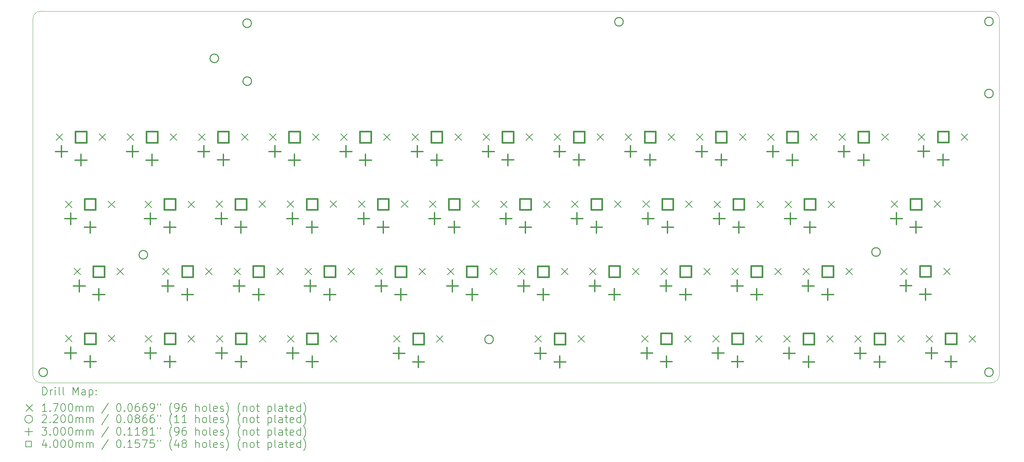
<source format=gbr>
%TF.GenerationSoftware,KiCad,Pcbnew,(6.0.9)*%
%TF.CreationDate,2022-11-10T16:15:26+09:00*%
%TF.ProjectId,meow48,6d656f77-3438-42e6-9b69-6361645f7063,rev?*%
%TF.SameCoordinates,Original*%
%TF.FileFunction,Drillmap*%
%TF.FilePolarity,Positive*%
%FSLAX45Y45*%
G04 Gerber Fmt 4.5, Leading zero omitted, Abs format (unit mm)*
G04 Created by KiCad (PCBNEW (6.0.9)) date 2022-11-10 16:15:26*
%MOMM*%
%LPD*%
G01*
G04 APERTURE LIST*
%ADD10C,0.100000*%
%ADD11C,0.200000*%
%ADD12C,0.170000*%
%ADD13C,0.220000*%
%ADD14C,0.300000*%
%ADD15C,0.400000*%
G04 APERTURE END LIST*
D10*
X2505000Y-6589382D02*
G75*
G03*
X2293037Y-6793000I-4172J-207791D01*
G01*
X27060618Y-6800000D02*
G75*
G03*
X26853655Y-6589382I-208788J1830D01*
G01*
X26853655Y-16115028D02*
G75*
G03*
X27060618Y-15908075I5J206958D01*
G01*
X2293037Y-6793000D02*
X2293037Y-15907000D01*
X27060618Y-15908075D02*
X27060618Y-6800000D01*
X2500000Y-16115037D02*
X26853655Y-16115037D01*
X26853655Y-6589382D02*
X2505000Y-6589382D01*
X2293043Y-15907000D02*
G75*
G03*
X2500000Y-16115037I207497J-540D01*
G01*
D11*
D12*
X2893000Y-9733000D02*
X3063000Y-9903000D01*
X3063000Y-9733000D02*
X2893000Y-9903000D01*
X3126000Y-11456000D02*
X3296000Y-11626000D01*
X3296000Y-11456000D02*
X3126000Y-11626000D01*
X3128000Y-14901000D02*
X3298000Y-15071000D01*
X3298000Y-14901000D02*
X3128000Y-15071000D01*
X3351000Y-13182000D02*
X3521000Y-13352000D01*
X3521000Y-13182000D02*
X3351000Y-13352000D01*
X3993000Y-9733000D02*
X4163000Y-9903000D01*
X4163000Y-9733000D02*
X3993000Y-9903000D01*
X4226000Y-11456000D02*
X4396000Y-11626000D01*
X4396000Y-11456000D02*
X4226000Y-11626000D01*
X4228000Y-14901000D02*
X4398000Y-15071000D01*
X4398000Y-14901000D02*
X4228000Y-15071000D01*
X4451000Y-13182000D02*
X4621000Y-13352000D01*
X4621000Y-13182000D02*
X4451000Y-13352000D01*
X4714000Y-9733000D02*
X4884000Y-9903000D01*
X4884000Y-9733000D02*
X4714000Y-9903000D01*
X5170000Y-11456000D02*
X5340000Y-11626000D01*
X5340000Y-11456000D02*
X5170000Y-11626000D01*
X5174000Y-14903500D02*
X5344000Y-15073500D01*
X5344000Y-14903500D02*
X5174000Y-15073500D01*
X5621000Y-13180000D02*
X5791000Y-13350000D01*
X5791000Y-13180000D02*
X5621000Y-13350000D01*
X5814000Y-9733000D02*
X5984000Y-9903000D01*
X5984000Y-9733000D02*
X5814000Y-9903000D01*
X6270000Y-11456000D02*
X6440000Y-11626000D01*
X6440000Y-11456000D02*
X6270000Y-11626000D01*
X6274000Y-14903500D02*
X6444000Y-15073500D01*
X6444000Y-14903500D02*
X6274000Y-15073500D01*
X6540000Y-9731000D02*
X6710000Y-9901000D01*
X6710000Y-9731000D02*
X6540000Y-9901000D01*
X6721000Y-13180000D02*
X6891000Y-13350000D01*
X6891000Y-13180000D02*
X6721000Y-13350000D01*
X6992000Y-11455000D02*
X7162000Y-11625000D01*
X7162000Y-11455000D02*
X6992000Y-11625000D01*
X6996000Y-14904000D02*
X7166000Y-15074000D01*
X7166000Y-14904000D02*
X6996000Y-15074000D01*
X7445000Y-13180000D02*
X7615000Y-13350000D01*
X7615000Y-13180000D02*
X7445000Y-13350000D01*
X7640000Y-9731000D02*
X7810000Y-9901000D01*
X7810000Y-9731000D02*
X7640000Y-9901000D01*
X8092000Y-11455000D02*
X8262000Y-11625000D01*
X8262000Y-11455000D02*
X8092000Y-11625000D01*
X8096000Y-14904000D02*
X8266000Y-15074000D01*
X8266000Y-14904000D02*
X8096000Y-15074000D01*
X8361000Y-9733000D02*
X8531000Y-9903000D01*
X8531000Y-9733000D02*
X8361000Y-9903000D01*
X8545000Y-13180000D02*
X8715000Y-13350000D01*
X8715000Y-13180000D02*
X8545000Y-13350000D01*
X8814000Y-11454000D02*
X8984000Y-11624000D01*
X8984000Y-11454000D02*
X8814000Y-11624000D01*
X8820000Y-14904000D02*
X8990000Y-15074000D01*
X8990000Y-14904000D02*
X8820000Y-15074000D01*
X9267000Y-13180000D02*
X9437000Y-13350000D01*
X9437000Y-13180000D02*
X9267000Y-13350000D01*
X9461000Y-9733000D02*
X9631000Y-9903000D01*
X9631000Y-9733000D02*
X9461000Y-9903000D01*
X9914000Y-11454000D02*
X10084000Y-11624000D01*
X10084000Y-11454000D02*
X9914000Y-11624000D01*
X9920000Y-14904000D02*
X10090000Y-15074000D01*
X10090000Y-14904000D02*
X9920000Y-15074000D01*
X10184000Y-9733000D02*
X10354000Y-9903000D01*
X10354000Y-9733000D02*
X10184000Y-9903000D01*
X10367000Y-13180000D02*
X10537000Y-13350000D01*
X10537000Y-13180000D02*
X10367000Y-13350000D01*
X10636000Y-11455000D02*
X10806000Y-11625000D01*
X10806000Y-11455000D02*
X10636000Y-11625000D01*
X11089000Y-13181000D02*
X11259000Y-13351000D01*
X11259000Y-13181000D02*
X11089000Y-13351000D01*
X11284000Y-9733000D02*
X11454000Y-9903000D01*
X11454000Y-9733000D02*
X11284000Y-9903000D01*
X11540000Y-14906000D02*
X11710000Y-15076000D01*
X11710000Y-14906000D02*
X11540000Y-15076000D01*
X11736000Y-11455000D02*
X11906000Y-11625000D01*
X11906000Y-11455000D02*
X11736000Y-11625000D01*
X12009000Y-9733000D02*
X12179000Y-9903000D01*
X12179000Y-9733000D02*
X12009000Y-9903000D01*
X12189000Y-13181000D02*
X12359000Y-13351000D01*
X12359000Y-13181000D02*
X12189000Y-13351000D01*
X12456000Y-11455000D02*
X12626000Y-11625000D01*
X12626000Y-11455000D02*
X12456000Y-11625000D01*
X12640000Y-14906000D02*
X12810000Y-15076000D01*
X12810000Y-14906000D02*
X12640000Y-15076000D01*
X12913000Y-13181000D02*
X13083000Y-13351000D01*
X13083000Y-13181000D02*
X12913000Y-13351000D01*
X13109000Y-9733000D02*
X13279000Y-9903000D01*
X13279000Y-9733000D02*
X13109000Y-9903000D01*
X13556000Y-11455000D02*
X13726000Y-11625000D01*
X13726000Y-11455000D02*
X13556000Y-11625000D01*
X13832000Y-9731000D02*
X14002000Y-9901000D01*
X14002000Y-9731000D02*
X13832000Y-9901000D01*
X14013000Y-13181000D02*
X14183000Y-13351000D01*
X14183000Y-13181000D02*
X14013000Y-13351000D01*
X14280000Y-11456000D02*
X14450000Y-11626000D01*
X14450000Y-11456000D02*
X14280000Y-11626000D01*
X14737000Y-13181000D02*
X14907000Y-13351000D01*
X14907000Y-13181000D02*
X14737000Y-13351000D01*
X14932000Y-9731000D02*
X15102000Y-9901000D01*
X15102000Y-9731000D02*
X14932000Y-9901000D01*
X15164000Y-14907000D02*
X15334000Y-15077000D01*
X15334000Y-14907000D02*
X15164000Y-15077000D01*
X15380000Y-11456000D02*
X15550000Y-11626000D01*
X15550000Y-11456000D02*
X15380000Y-11626000D01*
X15655000Y-9731000D02*
X15825000Y-9901000D01*
X15825000Y-9731000D02*
X15655000Y-9901000D01*
X15837000Y-13181000D02*
X16007000Y-13351000D01*
X16007000Y-13181000D02*
X15837000Y-13351000D01*
X16104000Y-11455000D02*
X16274000Y-11625000D01*
X16274000Y-11455000D02*
X16104000Y-11625000D01*
X16264000Y-14907000D02*
X16434000Y-15077000D01*
X16434000Y-14907000D02*
X16264000Y-15077000D01*
X16561000Y-13179000D02*
X16731000Y-13349000D01*
X16731000Y-13179000D02*
X16561000Y-13349000D01*
X16755000Y-9731000D02*
X16925000Y-9901000D01*
X16925000Y-9731000D02*
X16755000Y-9901000D01*
X17204000Y-11455000D02*
X17374000Y-11625000D01*
X17374000Y-11455000D02*
X17204000Y-11625000D01*
X17475000Y-9731000D02*
X17645000Y-9901000D01*
X17645000Y-9731000D02*
X17475000Y-9901000D01*
X17661000Y-13179000D02*
X17831000Y-13349000D01*
X17831000Y-13179000D02*
X17661000Y-13349000D01*
X17893000Y-14904000D02*
X18063000Y-15074000D01*
X18063000Y-14904000D02*
X17893000Y-15074000D01*
X17925000Y-11455000D02*
X18095000Y-11625000D01*
X18095000Y-11455000D02*
X17925000Y-11625000D01*
X18385000Y-13179000D02*
X18555000Y-13349000D01*
X18555000Y-13179000D02*
X18385000Y-13349000D01*
X18575000Y-9731000D02*
X18745000Y-9901000D01*
X18745000Y-9731000D02*
X18575000Y-9901000D01*
X18993000Y-14904000D02*
X19163000Y-15074000D01*
X19163000Y-14904000D02*
X18993000Y-15074000D01*
X19025000Y-11455000D02*
X19195000Y-11625000D01*
X19195000Y-11455000D02*
X19025000Y-11625000D01*
X19298000Y-9731000D02*
X19468000Y-9901000D01*
X19468000Y-9731000D02*
X19298000Y-9901000D01*
X19485000Y-13179000D02*
X19655000Y-13349000D01*
X19655000Y-13179000D02*
X19485000Y-13349000D01*
X19716000Y-14904000D02*
X19886000Y-15074000D01*
X19886000Y-14904000D02*
X19716000Y-15074000D01*
X19747000Y-11456000D02*
X19917000Y-11626000D01*
X19917000Y-11456000D02*
X19747000Y-11626000D01*
X20207000Y-13179000D02*
X20377000Y-13349000D01*
X20377000Y-13179000D02*
X20207000Y-13349000D01*
X20398000Y-9731000D02*
X20568000Y-9901000D01*
X20568000Y-9731000D02*
X20398000Y-9901000D01*
X20816000Y-14904000D02*
X20986000Y-15074000D01*
X20986000Y-14904000D02*
X20816000Y-15074000D01*
X20847000Y-11456000D02*
X21017000Y-11626000D01*
X21017000Y-11456000D02*
X20847000Y-11626000D01*
X21123000Y-9733000D02*
X21293000Y-9903000D01*
X21293000Y-9733000D02*
X21123000Y-9903000D01*
X21307000Y-13179000D02*
X21477000Y-13349000D01*
X21477000Y-13179000D02*
X21307000Y-13349000D01*
X21539000Y-14905000D02*
X21709000Y-15075000D01*
X21709000Y-14905000D02*
X21539000Y-15075000D01*
X21569000Y-11456000D02*
X21739000Y-11626000D01*
X21739000Y-11456000D02*
X21569000Y-11626000D01*
X22029000Y-13179000D02*
X22199000Y-13349000D01*
X22199000Y-13179000D02*
X22029000Y-13349000D01*
X22223000Y-9733000D02*
X22393000Y-9903000D01*
X22393000Y-9733000D02*
X22223000Y-9903000D01*
X22639000Y-14905000D02*
X22809000Y-15075000D01*
X22809000Y-14905000D02*
X22639000Y-15075000D01*
X22669000Y-11456000D02*
X22839000Y-11626000D01*
X22839000Y-11456000D02*
X22669000Y-11626000D01*
X22946000Y-9733000D02*
X23116000Y-9903000D01*
X23116000Y-9733000D02*
X22946000Y-9903000D01*
X23129000Y-13179000D02*
X23299000Y-13349000D01*
X23299000Y-13179000D02*
X23129000Y-13349000D01*
X23360000Y-14904500D02*
X23530000Y-15074500D01*
X23530000Y-14904500D02*
X23360000Y-15074500D01*
X24046000Y-9733000D02*
X24216000Y-9903000D01*
X24216000Y-9733000D02*
X24046000Y-9903000D01*
X24287000Y-11455000D02*
X24457000Y-11625000D01*
X24457000Y-11455000D02*
X24287000Y-11625000D01*
X24460000Y-14904500D02*
X24630000Y-15074500D01*
X24630000Y-14904500D02*
X24460000Y-15074500D01*
X24530000Y-13175000D02*
X24700000Y-13345000D01*
X24700000Y-13175000D02*
X24530000Y-13345000D01*
X24985000Y-9730000D02*
X25155000Y-9900000D01*
X25155000Y-9730000D02*
X24985000Y-9900000D01*
X25186000Y-14904000D02*
X25356000Y-15074000D01*
X25356000Y-14904000D02*
X25186000Y-15074000D01*
X25387000Y-11455000D02*
X25557000Y-11625000D01*
X25557000Y-11455000D02*
X25387000Y-11625000D01*
X25630000Y-13175000D02*
X25800000Y-13345000D01*
X25800000Y-13175000D02*
X25630000Y-13345000D01*
X26085000Y-9730000D02*
X26255000Y-9900000D01*
X26255000Y-9730000D02*
X26085000Y-9900000D01*
X26286000Y-14904000D02*
X26456000Y-15074000D01*
X26456000Y-14904000D02*
X26286000Y-15074000D01*
D13*
X2671000Y-15847000D02*
G75*
G03*
X2671000Y-15847000I-110000J0D01*
G01*
X5235000Y-12835000D02*
G75*
G03*
X5235000Y-12835000I-110000J0D01*
G01*
X7055000Y-7800000D02*
G75*
G03*
X7055000Y-7800000I-110000J0D01*
G01*
X7895000Y-6899000D02*
G75*
G03*
X7895000Y-6899000I-110000J0D01*
G01*
X7898000Y-8384000D02*
G75*
G03*
X7898000Y-8384000I-110000J0D01*
G01*
X14095000Y-15005000D02*
G75*
G03*
X14095000Y-15005000I-110000J0D01*
G01*
X17423000Y-6863000D02*
G75*
G03*
X17423000Y-6863000I-110000J0D01*
G01*
X24010000Y-12765000D02*
G75*
G03*
X24010000Y-12765000I-110000J0D01*
G01*
X26904000Y-6854000D02*
G75*
G03*
X26904000Y-6854000I-110000J0D01*
G01*
X26904000Y-8702000D02*
G75*
G03*
X26904000Y-8702000I-110000J0D01*
G01*
X26904000Y-15847000D02*
G75*
G03*
X26904000Y-15847000I-110000J0D01*
G01*
D14*
X3028000Y-10038000D02*
X3028000Y-10338000D01*
X2878000Y-10188000D02*
X3178000Y-10188000D01*
X3261000Y-11761000D02*
X3261000Y-12061000D01*
X3111000Y-11911000D02*
X3411000Y-11911000D01*
X3263000Y-15206000D02*
X3263000Y-15506000D01*
X3113000Y-15356000D02*
X3413000Y-15356000D01*
X3486000Y-13487000D02*
X3486000Y-13787000D01*
X3336000Y-13637000D02*
X3636000Y-13637000D01*
X3528000Y-10258000D02*
X3528000Y-10558000D01*
X3378000Y-10408000D02*
X3678000Y-10408000D01*
X3761000Y-11981000D02*
X3761000Y-12281000D01*
X3611000Y-12131000D02*
X3911000Y-12131000D01*
X3763000Y-15426000D02*
X3763000Y-15726000D01*
X3613000Y-15576000D02*
X3913000Y-15576000D01*
X3986000Y-13707000D02*
X3986000Y-14007000D01*
X3836000Y-13857000D02*
X4136000Y-13857000D01*
X4849000Y-10038000D02*
X4849000Y-10338000D01*
X4699000Y-10188000D02*
X4999000Y-10188000D01*
X5305000Y-11761000D02*
X5305000Y-12061000D01*
X5155000Y-11911000D02*
X5455000Y-11911000D01*
X5309000Y-15208500D02*
X5309000Y-15508500D01*
X5159000Y-15358500D02*
X5459000Y-15358500D01*
X5349000Y-10258000D02*
X5349000Y-10558000D01*
X5199000Y-10408000D02*
X5499000Y-10408000D01*
X5756000Y-13485000D02*
X5756000Y-13785000D01*
X5606000Y-13635000D02*
X5906000Y-13635000D01*
X5805000Y-11981000D02*
X5805000Y-12281000D01*
X5655000Y-12131000D02*
X5955000Y-12131000D01*
X5809000Y-15428500D02*
X5809000Y-15728500D01*
X5659000Y-15578500D02*
X5959000Y-15578500D01*
X6256000Y-13705000D02*
X6256000Y-14005000D01*
X6106000Y-13855000D02*
X6406000Y-13855000D01*
X6675000Y-10036000D02*
X6675000Y-10336000D01*
X6525000Y-10186000D02*
X6825000Y-10186000D01*
X7127000Y-11760000D02*
X7127000Y-12060000D01*
X6977000Y-11910000D02*
X7277000Y-11910000D01*
X7131000Y-15209000D02*
X7131000Y-15509000D01*
X6981000Y-15359000D02*
X7281000Y-15359000D01*
X7175000Y-10256000D02*
X7175000Y-10556000D01*
X7025000Y-10406000D02*
X7325000Y-10406000D01*
X7580000Y-13485000D02*
X7580000Y-13785000D01*
X7430000Y-13635000D02*
X7730000Y-13635000D01*
X7627000Y-11980000D02*
X7627000Y-12280000D01*
X7477000Y-12130000D02*
X7777000Y-12130000D01*
X7631000Y-15429000D02*
X7631000Y-15729000D01*
X7481000Y-15579000D02*
X7781000Y-15579000D01*
X8080000Y-13705000D02*
X8080000Y-14005000D01*
X7930000Y-13855000D02*
X8230000Y-13855000D01*
X8496000Y-10038000D02*
X8496000Y-10338000D01*
X8346000Y-10188000D02*
X8646000Y-10188000D01*
X8949000Y-11759000D02*
X8949000Y-12059000D01*
X8799000Y-11909000D02*
X9099000Y-11909000D01*
X8955000Y-15209000D02*
X8955000Y-15509000D01*
X8805000Y-15359000D02*
X9105000Y-15359000D01*
X8996000Y-10258000D02*
X8996000Y-10558000D01*
X8846000Y-10408000D02*
X9146000Y-10408000D01*
X9402000Y-13485000D02*
X9402000Y-13785000D01*
X9252000Y-13635000D02*
X9552000Y-13635000D01*
X9449000Y-11979000D02*
X9449000Y-12279000D01*
X9299000Y-12129000D02*
X9599000Y-12129000D01*
X9455000Y-15429000D02*
X9455000Y-15729000D01*
X9305000Y-15579000D02*
X9605000Y-15579000D01*
X9902000Y-13705000D02*
X9902000Y-14005000D01*
X9752000Y-13855000D02*
X10052000Y-13855000D01*
X10319000Y-10038000D02*
X10319000Y-10338000D01*
X10169000Y-10188000D02*
X10469000Y-10188000D01*
X10771000Y-11760000D02*
X10771000Y-12060000D01*
X10621000Y-11910000D02*
X10921000Y-11910000D01*
X10819000Y-10258000D02*
X10819000Y-10558000D01*
X10669000Y-10408000D02*
X10969000Y-10408000D01*
X11224000Y-13486000D02*
X11224000Y-13786000D01*
X11074000Y-13636000D02*
X11374000Y-13636000D01*
X11271000Y-11980000D02*
X11271000Y-12280000D01*
X11121000Y-12130000D02*
X11421000Y-12130000D01*
X11675000Y-15211000D02*
X11675000Y-15511000D01*
X11525000Y-15361000D02*
X11825000Y-15361000D01*
X11724000Y-13706000D02*
X11724000Y-14006000D01*
X11574000Y-13856000D02*
X11874000Y-13856000D01*
X12144000Y-10038000D02*
X12144000Y-10338000D01*
X11994000Y-10188000D02*
X12294000Y-10188000D01*
X12175000Y-15431000D02*
X12175000Y-15731000D01*
X12025000Y-15581000D02*
X12325000Y-15581000D01*
X12591000Y-11760000D02*
X12591000Y-12060000D01*
X12441000Y-11910000D02*
X12741000Y-11910000D01*
X12644000Y-10258000D02*
X12644000Y-10558000D01*
X12494000Y-10408000D02*
X12794000Y-10408000D01*
X13048000Y-13486000D02*
X13048000Y-13786000D01*
X12898000Y-13636000D02*
X13198000Y-13636000D01*
X13091000Y-11980000D02*
X13091000Y-12280000D01*
X12941000Y-12130000D02*
X13241000Y-12130000D01*
X13548000Y-13706000D02*
X13548000Y-14006000D01*
X13398000Y-13856000D02*
X13698000Y-13856000D01*
X13967000Y-10036000D02*
X13967000Y-10336000D01*
X13817000Y-10186000D02*
X14117000Y-10186000D01*
X14415000Y-11761000D02*
X14415000Y-12061000D01*
X14265000Y-11911000D02*
X14565000Y-11911000D01*
X14467000Y-10256000D02*
X14467000Y-10556000D01*
X14317000Y-10406000D02*
X14617000Y-10406000D01*
X14872000Y-13486000D02*
X14872000Y-13786000D01*
X14722000Y-13636000D02*
X15022000Y-13636000D01*
X14915000Y-11981000D02*
X14915000Y-12281000D01*
X14765000Y-12131000D02*
X15065000Y-12131000D01*
X15299000Y-15212000D02*
X15299000Y-15512000D01*
X15149000Y-15362000D02*
X15449000Y-15362000D01*
X15372000Y-13706000D02*
X15372000Y-14006000D01*
X15222000Y-13856000D02*
X15522000Y-13856000D01*
X15790000Y-10036000D02*
X15790000Y-10336000D01*
X15640000Y-10186000D02*
X15940000Y-10186000D01*
X15799000Y-15432000D02*
X15799000Y-15732000D01*
X15649000Y-15582000D02*
X15949000Y-15582000D01*
X16239000Y-11760000D02*
X16239000Y-12060000D01*
X16089000Y-11910000D02*
X16389000Y-11910000D01*
X16290000Y-10256000D02*
X16290000Y-10556000D01*
X16140000Y-10406000D02*
X16440000Y-10406000D01*
X16696000Y-13484000D02*
X16696000Y-13784000D01*
X16546000Y-13634000D02*
X16846000Y-13634000D01*
X16739000Y-11980000D02*
X16739000Y-12280000D01*
X16589000Y-12130000D02*
X16889000Y-12130000D01*
X17196000Y-13704000D02*
X17196000Y-14004000D01*
X17046000Y-13854000D02*
X17346000Y-13854000D01*
X17610000Y-10036000D02*
X17610000Y-10336000D01*
X17460000Y-10186000D02*
X17760000Y-10186000D01*
X18028000Y-15209000D02*
X18028000Y-15509000D01*
X17878000Y-15359000D02*
X18178000Y-15359000D01*
X18060000Y-11760000D02*
X18060000Y-12060000D01*
X17910000Y-11910000D02*
X18210000Y-11910000D01*
X18110000Y-10256000D02*
X18110000Y-10556000D01*
X17960000Y-10406000D02*
X18260000Y-10406000D01*
X18520000Y-13484000D02*
X18520000Y-13784000D01*
X18370000Y-13634000D02*
X18670000Y-13634000D01*
X18528000Y-15429000D02*
X18528000Y-15729000D01*
X18378000Y-15579000D02*
X18678000Y-15579000D01*
X18560000Y-11980000D02*
X18560000Y-12280000D01*
X18410000Y-12130000D02*
X18710000Y-12130000D01*
X19020000Y-13704000D02*
X19020000Y-14004000D01*
X18870000Y-13854000D02*
X19170000Y-13854000D01*
X19433000Y-10036000D02*
X19433000Y-10336000D01*
X19283000Y-10186000D02*
X19583000Y-10186000D01*
X19851000Y-15209000D02*
X19851000Y-15509000D01*
X19701000Y-15359000D02*
X20001000Y-15359000D01*
X19882000Y-11761000D02*
X19882000Y-12061000D01*
X19732000Y-11911000D02*
X20032000Y-11911000D01*
X19933000Y-10256000D02*
X19933000Y-10556000D01*
X19783000Y-10406000D02*
X20083000Y-10406000D01*
X20342000Y-13484000D02*
X20342000Y-13784000D01*
X20192000Y-13634000D02*
X20492000Y-13634000D01*
X20351000Y-15429000D02*
X20351000Y-15729000D01*
X20201000Y-15579000D02*
X20501000Y-15579000D01*
X20382000Y-11981000D02*
X20382000Y-12281000D01*
X20232000Y-12131000D02*
X20532000Y-12131000D01*
X20842000Y-13704000D02*
X20842000Y-14004000D01*
X20692000Y-13854000D02*
X20992000Y-13854000D01*
X21258000Y-10038000D02*
X21258000Y-10338000D01*
X21108000Y-10188000D02*
X21408000Y-10188000D01*
X21674000Y-15210000D02*
X21674000Y-15510000D01*
X21524000Y-15360000D02*
X21824000Y-15360000D01*
X21704000Y-11761000D02*
X21704000Y-12061000D01*
X21554000Y-11911000D02*
X21854000Y-11911000D01*
X21758000Y-10258000D02*
X21758000Y-10558000D01*
X21608000Y-10408000D02*
X21908000Y-10408000D01*
X22164000Y-13484000D02*
X22164000Y-13784000D01*
X22014000Y-13634000D02*
X22314000Y-13634000D01*
X22174000Y-15430000D02*
X22174000Y-15730000D01*
X22024000Y-15580000D02*
X22324000Y-15580000D01*
X22204000Y-11981000D02*
X22204000Y-12281000D01*
X22054000Y-12131000D02*
X22354000Y-12131000D01*
X22664000Y-13704000D02*
X22664000Y-14004000D01*
X22514000Y-13854000D02*
X22814000Y-13854000D01*
X23081000Y-10038000D02*
X23081000Y-10338000D01*
X22931000Y-10188000D02*
X23231000Y-10188000D01*
X23495000Y-15209500D02*
X23495000Y-15509500D01*
X23345000Y-15359500D02*
X23645000Y-15359500D01*
X23581000Y-10258000D02*
X23581000Y-10558000D01*
X23431000Y-10408000D02*
X23731000Y-10408000D01*
X23995000Y-15429500D02*
X23995000Y-15729500D01*
X23845000Y-15579500D02*
X24145000Y-15579500D01*
X24422000Y-11760000D02*
X24422000Y-12060000D01*
X24272000Y-11910000D02*
X24572000Y-11910000D01*
X24665000Y-13480000D02*
X24665000Y-13780000D01*
X24515000Y-13630000D02*
X24815000Y-13630000D01*
X24922000Y-11980000D02*
X24922000Y-12280000D01*
X24772000Y-12130000D02*
X25072000Y-12130000D01*
X25120000Y-10035000D02*
X25120000Y-10335000D01*
X24970000Y-10185000D02*
X25270000Y-10185000D01*
X25165000Y-13700000D02*
X25165000Y-14000000D01*
X25015000Y-13850000D02*
X25315000Y-13850000D01*
X25321000Y-15209000D02*
X25321000Y-15509000D01*
X25171000Y-15359000D02*
X25471000Y-15359000D01*
X25620000Y-10255000D02*
X25620000Y-10555000D01*
X25470000Y-10405000D02*
X25770000Y-10405000D01*
X25821000Y-15429000D02*
X25821000Y-15729000D01*
X25671000Y-15579000D02*
X25971000Y-15579000D01*
D15*
X3669423Y-9959423D02*
X3669423Y-9676577D01*
X3386577Y-9676577D01*
X3386577Y-9959423D01*
X3669423Y-9959423D01*
X3902423Y-11682423D02*
X3902423Y-11399577D01*
X3619577Y-11399577D01*
X3619577Y-11682423D01*
X3902423Y-11682423D01*
X3904423Y-15127423D02*
X3904423Y-14844577D01*
X3621577Y-14844577D01*
X3621577Y-15127423D01*
X3904423Y-15127423D01*
X4127423Y-13408423D02*
X4127423Y-13125577D01*
X3844577Y-13125577D01*
X3844577Y-13408423D01*
X4127423Y-13408423D01*
X5490423Y-9959423D02*
X5490423Y-9676577D01*
X5207577Y-9676577D01*
X5207577Y-9959423D01*
X5490423Y-9959423D01*
X5946423Y-11682423D02*
X5946423Y-11399577D01*
X5663577Y-11399577D01*
X5663577Y-11682423D01*
X5946423Y-11682423D01*
X5950423Y-15129923D02*
X5950423Y-14847077D01*
X5667577Y-14847077D01*
X5667577Y-15129923D01*
X5950423Y-15129923D01*
X6397423Y-13406423D02*
X6397423Y-13123577D01*
X6114577Y-13123577D01*
X6114577Y-13406423D01*
X6397423Y-13406423D01*
X7316423Y-9957423D02*
X7316423Y-9674577D01*
X7033577Y-9674577D01*
X7033577Y-9957423D01*
X7316423Y-9957423D01*
X7768423Y-11681423D02*
X7768423Y-11398577D01*
X7485577Y-11398577D01*
X7485577Y-11681423D01*
X7768423Y-11681423D01*
X7772423Y-15130423D02*
X7772423Y-14847577D01*
X7489577Y-14847577D01*
X7489577Y-15130423D01*
X7772423Y-15130423D01*
X8221423Y-13406423D02*
X8221423Y-13123577D01*
X7938577Y-13123577D01*
X7938577Y-13406423D01*
X8221423Y-13406423D01*
X9137423Y-9959423D02*
X9137423Y-9676577D01*
X8854577Y-9676577D01*
X8854577Y-9959423D01*
X9137423Y-9959423D01*
X9590423Y-11680423D02*
X9590423Y-11397577D01*
X9307577Y-11397577D01*
X9307577Y-11680423D01*
X9590423Y-11680423D01*
X9596423Y-15130423D02*
X9596423Y-14847577D01*
X9313577Y-14847577D01*
X9313577Y-15130423D01*
X9596423Y-15130423D01*
X10043423Y-13406423D02*
X10043423Y-13123577D01*
X9760577Y-13123577D01*
X9760577Y-13406423D01*
X10043423Y-13406423D01*
X10960423Y-9959423D02*
X10960423Y-9676577D01*
X10677577Y-9676577D01*
X10677577Y-9959423D01*
X10960423Y-9959423D01*
X11412423Y-11681423D02*
X11412423Y-11398577D01*
X11129577Y-11398577D01*
X11129577Y-11681423D01*
X11412423Y-11681423D01*
X11865423Y-13407423D02*
X11865423Y-13124577D01*
X11582577Y-13124577D01*
X11582577Y-13407423D01*
X11865423Y-13407423D01*
X12316423Y-15132423D02*
X12316423Y-14849577D01*
X12033577Y-14849577D01*
X12033577Y-15132423D01*
X12316423Y-15132423D01*
X12785423Y-9959423D02*
X12785423Y-9676577D01*
X12502577Y-9676577D01*
X12502577Y-9959423D01*
X12785423Y-9959423D01*
X13232423Y-11681423D02*
X13232423Y-11398577D01*
X12949577Y-11398577D01*
X12949577Y-11681423D01*
X13232423Y-11681423D01*
X13689423Y-13407423D02*
X13689423Y-13124577D01*
X13406577Y-13124577D01*
X13406577Y-13407423D01*
X13689423Y-13407423D01*
X14608423Y-9957423D02*
X14608423Y-9674577D01*
X14325577Y-9674577D01*
X14325577Y-9957423D01*
X14608423Y-9957423D01*
X15056423Y-11682423D02*
X15056423Y-11399577D01*
X14773577Y-11399577D01*
X14773577Y-11682423D01*
X15056423Y-11682423D01*
X15513423Y-13407423D02*
X15513423Y-13124577D01*
X15230577Y-13124577D01*
X15230577Y-13407423D01*
X15513423Y-13407423D01*
X15940423Y-15133423D02*
X15940423Y-14850577D01*
X15657577Y-14850577D01*
X15657577Y-15133423D01*
X15940423Y-15133423D01*
X16431423Y-9957423D02*
X16431423Y-9674577D01*
X16148577Y-9674577D01*
X16148577Y-9957423D01*
X16431423Y-9957423D01*
X16880423Y-11681423D02*
X16880423Y-11398577D01*
X16597577Y-11398577D01*
X16597577Y-11681423D01*
X16880423Y-11681423D01*
X17337423Y-13405423D02*
X17337423Y-13122577D01*
X17054577Y-13122577D01*
X17054577Y-13405423D01*
X17337423Y-13405423D01*
X18251423Y-9957423D02*
X18251423Y-9674577D01*
X17968577Y-9674577D01*
X17968577Y-9957423D01*
X18251423Y-9957423D01*
X18669423Y-15130423D02*
X18669423Y-14847577D01*
X18386577Y-14847577D01*
X18386577Y-15130423D01*
X18669423Y-15130423D01*
X18701423Y-11681423D02*
X18701423Y-11398577D01*
X18418577Y-11398577D01*
X18418577Y-11681423D01*
X18701423Y-11681423D01*
X19161423Y-13405423D02*
X19161423Y-13122577D01*
X18878577Y-13122577D01*
X18878577Y-13405423D01*
X19161423Y-13405423D01*
X20074423Y-9957423D02*
X20074423Y-9674577D01*
X19791577Y-9674577D01*
X19791577Y-9957423D01*
X20074423Y-9957423D01*
X20492423Y-15130423D02*
X20492423Y-14847577D01*
X20209577Y-14847577D01*
X20209577Y-15130423D01*
X20492423Y-15130423D01*
X20523423Y-11682423D02*
X20523423Y-11399577D01*
X20240577Y-11399577D01*
X20240577Y-11682423D01*
X20523423Y-11682423D01*
X20983423Y-13405423D02*
X20983423Y-13122577D01*
X20700577Y-13122577D01*
X20700577Y-13405423D01*
X20983423Y-13405423D01*
X21899423Y-9959423D02*
X21899423Y-9676577D01*
X21616577Y-9676577D01*
X21616577Y-9959423D01*
X21899423Y-9959423D01*
X22315423Y-15131423D02*
X22315423Y-14848577D01*
X22032577Y-14848577D01*
X22032577Y-15131423D01*
X22315423Y-15131423D01*
X22345423Y-11682423D02*
X22345423Y-11399577D01*
X22062577Y-11399577D01*
X22062577Y-11682423D01*
X22345423Y-11682423D01*
X22805423Y-13405423D02*
X22805423Y-13122577D01*
X22522577Y-13122577D01*
X22522577Y-13405423D01*
X22805423Y-13405423D01*
X23722423Y-9959423D02*
X23722423Y-9676577D01*
X23439577Y-9676577D01*
X23439577Y-9959423D01*
X23722423Y-9959423D01*
X24136423Y-15130923D02*
X24136423Y-14848077D01*
X23853577Y-14848077D01*
X23853577Y-15130923D01*
X24136423Y-15130923D01*
X25063423Y-11681423D02*
X25063423Y-11398577D01*
X24780577Y-11398577D01*
X24780577Y-11681423D01*
X25063423Y-11681423D01*
X25306423Y-13401423D02*
X25306423Y-13118577D01*
X25023577Y-13118577D01*
X25023577Y-13401423D01*
X25306423Y-13401423D01*
X25761423Y-9956423D02*
X25761423Y-9673577D01*
X25478577Y-9673577D01*
X25478577Y-9956423D01*
X25761423Y-9956423D01*
X25962423Y-15130423D02*
X25962423Y-14847577D01*
X25679577Y-14847577D01*
X25679577Y-15130423D01*
X25962423Y-15130423D01*
D11*
X2545656Y-16430513D02*
X2545656Y-16230513D01*
X2593275Y-16230513D01*
X2621847Y-16240037D01*
X2640895Y-16259085D01*
X2650418Y-16278133D01*
X2659942Y-16316228D01*
X2659942Y-16344799D01*
X2650418Y-16382894D01*
X2640895Y-16401942D01*
X2621847Y-16420990D01*
X2593275Y-16430513D01*
X2545656Y-16430513D01*
X2745656Y-16430513D02*
X2745656Y-16297180D01*
X2745656Y-16335275D02*
X2755180Y-16316228D01*
X2764704Y-16306704D01*
X2783752Y-16297180D01*
X2802799Y-16297180D01*
X2869466Y-16430513D02*
X2869466Y-16297180D01*
X2869466Y-16230513D02*
X2859942Y-16240037D01*
X2869466Y-16249561D01*
X2878990Y-16240037D01*
X2869466Y-16230513D01*
X2869466Y-16249561D01*
X2993275Y-16430513D02*
X2974228Y-16420990D01*
X2964704Y-16401942D01*
X2964704Y-16230513D01*
X3098037Y-16430513D02*
X3078990Y-16420990D01*
X3069466Y-16401942D01*
X3069466Y-16230513D01*
X3326609Y-16430513D02*
X3326609Y-16230513D01*
X3393275Y-16373371D01*
X3459942Y-16230513D01*
X3459942Y-16430513D01*
X3640894Y-16430513D02*
X3640894Y-16325752D01*
X3631371Y-16306704D01*
X3612323Y-16297180D01*
X3574228Y-16297180D01*
X3555180Y-16306704D01*
X3640894Y-16420990D02*
X3621847Y-16430513D01*
X3574228Y-16430513D01*
X3555180Y-16420990D01*
X3545656Y-16401942D01*
X3545656Y-16382894D01*
X3555180Y-16363847D01*
X3574228Y-16354323D01*
X3621847Y-16354323D01*
X3640894Y-16344799D01*
X3736133Y-16297180D02*
X3736133Y-16497180D01*
X3736133Y-16306704D02*
X3755180Y-16297180D01*
X3793275Y-16297180D01*
X3812323Y-16306704D01*
X3821847Y-16316228D01*
X3831371Y-16335275D01*
X3831371Y-16392418D01*
X3821847Y-16411466D01*
X3812323Y-16420990D01*
X3793275Y-16430513D01*
X3755180Y-16430513D01*
X3736133Y-16420990D01*
X3917085Y-16411466D02*
X3926609Y-16420990D01*
X3917085Y-16430513D01*
X3907561Y-16420990D01*
X3917085Y-16411466D01*
X3917085Y-16430513D01*
X3917085Y-16306704D02*
X3926609Y-16316228D01*
X3917085Y-16325752D01*
X3907561Y-16316228D01*
X3917085Y-16306704D01*
X3917085Y-16325752D01*
D12*
X2118037Y-16675037D02*
X2288037Y-16845037D01*
X2288037Y-16675037D02*
X2118037Y-16845037D01*
D11*
X2650418Y-16850514D02*
X2536133Y-16850514D01*
X2593275Y-16850514D02*
X2593275Y-16650513D01*
X2574228Y-16679085D01*
X2555180Y-16698133D01*
X2536133Y-16707656D01*
X2736133Y-16831466D02*
X2745656Y-16840990D01*
X2736133Y-16850514D01*
X2726609Y-16840990D01*
X2736133Y-16831466D01*
X2736133Y-16850514D01*
X2812323Y-16650513D02*
X2945656Y-16650513D01*
X2859942Y-16850514D01*
X3059942Y-16650513D02*
X3078990Y-16650513D01*
X3098037Y-16660037D01*
X3107561Y-16669561D01*
X3117085Y-16688609D01*
X3126609Y-16726704D01*
X3126609Y-16774323D01*
X3117085Y-16812418D01*
X3107561Y-16831466D01*
X3098037Y-16840990D01*
X3078990Y-16850514D01*
X3059942Y-16850514D01*
X3040894Y-16840990D01*
X3031371Y-16831466D01*
X3021847Y-16812418D01*
X3012323Y-16774323D01*
X3012323Y-16726704D01*
X3021847Y-16688609D01*
X3031371Y-16669561D01*
X3040894Y-16660037D01*
X3059942Y-16650513D01*
X3250418Y-16650513D02*
X3269466Y-16650513D01*
X3288513Y-16660037D01*
X3298037Y-16669561D01*
X3307561Y-16688609D01*
X3317085Y-16726704D01*
X3317085Y-16774323D01*
X3307561Y-16812418D01*
X3298037Y-16831466D01*
X3288513Y-16840990D01*
X3269466Y-16850514D01*
X3250418Y-16850514D01*
X3231371Y-16840990D01*
X3221847Y-16831466D01*
X3212323Y-16812418D01*
X3202799Y-16774323D01*
X3202799Y-16726704D01*
X3212323Y-16688609D01*
X3221847Y-16669561D01*
X3231371Y-16660037D01*
X3250418Y-16650513D01*
X3402799Y-16850514D02*
X3402799Y-16717180D01*
X3402799Y-16736228D02*
X3412323Y-16726704D01*
X3431371Y-16717180D01*
X3459942Y-16717180D01*
X3478990Y-16726704D01*
X3488513Y-16745752D01*
X3488513Y-16850514D01*
X3488513Y-16745752D02*
X3498037Y-16726704D01*
X3517085Y-16717180D01*
X3545656Y-16717180D01*
X3564704Y-16726704D01*
X3574228Y-16745752D01*
X3574228Y-16850514D01*
X3669466Y-16850514D02*
X3669466Y-16717180D01*
X3669466Y-16736228D02*
X3678990Y-16726704D01*
X3698037Y-16717180D01*
X3726609Y-16717180D01*
X3745656Y-16726704D01*
X3755180Y-16745752D01*
X3755180Y-16850514D01*
X3755180Y-16745752D02*
X3764704Y-16726704D01*
X3783752Y-16717180D01*
X3812323Y-16717180D01*
X3831371Y-16726704D01*
X3840894Y-16745752D01*
X3840894Y-16850514D01*
X4231371Y-16640990D02*
X4059942Y-16898133D01*
X4488514Y-16650513D02*
X4507561Y-16650513D01*
X4526609Y-16660037D01*
X4536133Y-16669561D01*
X4545656Y-16688609D01*
X4555180Y-16726704D01*
X4555180Y-16774323D01*
X4545656Y-16812418D01*
X4536133Y-16831466D01*
X4526609Y-16840990D01*
X4507561Y-16850514D01*
X4488514Y-16850514D01*
X4469466Y-16840990D01*
X4459942Y-16831466D01*
X4450418Y-16812418D01*
X4440895Y-16774323D01*
X4440895Y-16726704D01*
X4450418Y-16688609D01*
X4459942Y-16669561D01*
X4469466Y-16660037D01*
X4488514Y-16650513D01*
X4640895Y-16831466D02*
X4650418Y-16840990D01*
X4640895Y-16850514D01*
X4631371Y-16840990D01*
X4640895Y-16831466D01*
X4640895Y-16850514D01*
X4774228Y-16650513D02*
X4793275Y-16650513D01*
X4812323Y-16660037D01*
X4821847Y-16669561D01*
X4831371Y-16688609D01*
X4840895Y-16726704D01*
X4840895Y-16774323D01*
X4831371Y-16812418D01*
X4821847Y-16831466D01*
X4812323Y-16840990D01*
X4793275Y-16850514D01*
X4774228Y-16850514D01*
X4755180Y-16840990D01*
X4745656Y-16831466D01*
X4736133Y-16812418D01*
X4726609Y-16774323D01*
X4726609Y-16726704D01*
X4736133Y-16688609D01*
X4745656Y-16669561D01*
X4755180Y-16660037D01*
X4774228Y-16650513D01*
X5012323Y-16650513D02*
X4974228Y-16650513D01*
X4955180Y-16660037D01*
X4945656Y-16669561D01*
X4926609Y-16698133D01*
X4917085Y-16736228D01*
X4917085Y-16812418D01*
X4926609Y-16831466D01*
X4936133Y-16840990D01*
X4955180Y-16850514D01*
X4993275Y-16850514D01*
X5012323Y-16840990D01*
X5021847Y-16831466D01*
X5031371Y-16812418D01*
X5031371Y-16764799D01*
X5021847Y-16745752D01*
X5012323Y-16736228D01*
X4993275Y-16726704D01*
X4955180Y-16726704D01*
X4936133Y-16736228D01*
X4926609Y-16745752D01*
X4917085Y-16764799D01*
X5202799Y-16650513D02*
X5164704Y-16650513D01*
X5145656Y-16660037D01*
X5136133Y-16669561D01*
X5117085Y-16698133D01*
X5107561Y-16736228D01*
X5107561Y-16812418D01*
X5117085Y-16831466D01*
X5126609Y-16840990D01*
X5145656Y-16850514D01*
X5183752Y-16850514D01*
X5202799Y-16840990D01*
X5212323Y-16831466D01*
X5221847Y-16812418D01*
X5221847Y-16764799D01*
X5212323Y-16745752D01*
X5202799Y-16736228D01*
X5183752Y-16726704D01*
X5145656Y-16726704D01*
X5126609Y-16736228D01*
X5117085Y-16745752D01*
X5107561Y-16764799D01*
X5317085Y-16850514D02*
X5355180Y-16850514D01*
X5374228Y-16840990D01*
X5383752Y-16831466D01*
X5402799Y-16802895D01*
X5412323Y-16764799D01*
X5412323Y-16688609D01*
X5402799Y-16669561D01*
X5393275Y-16660037D01*
X5374228Y-16650513D01*
X5336133Y-16650513D01*
X5317085Y-16660037D01*
X5307561Y-16669561D01*
X5298037Y-16688609D01*
X5298037Y-16736228D01*
X5307561Y-16755275D01*
X5317085Y-16764799D01*
X5336133Y-16774323D01*
X5374228Y-16774323D01*
X5393275Y-16764799D01*
X5402799Y-16755275D01*
X5412323Y-16736228D01*
X5488514Y-16650513D02*
X5488514Y-16688609D01*
X5564704Y-16650513D02*
X5564704Y-16688609D01*
X5859942Y-16926704D02*
X5850418Y-16917180D01*
X5831371Y-16888609D01*
X5821847Y-16869561D01*
X5812323Y-16840990D01*
X5802799Y-16793371D01*
X5802799Y-16755275D01*
X5812323Y-16707656D01*
X5821847Y-16679085D01*
X5831371Y-16660037D01*
X5850418Y-16631466D01*
X5859942Y-16621942D01*
X5945656Y-16850514D02*
X5983752Y-16850514D01*
X6002799Y-16840990D01*
X6012323Y-16831466D01*
X6031371Y-16802895D01*
X6040894Y-16764799D01*
X6040894Y-16688609D01*
X6031371Y-16669561D01*
X6021847Y-16660037D01*
X6002799Y-16650513D01*
X5964704Y-16650513D01*
X5945656Y-16660037D01*
X5936133Y-16669561D01*
X5926609Y-16688609D01*
X5926609Y-16736228D01*
X5936133Y-16755275D01*
X5945656Y-16764799D01*
X5964704Y-16774323D01*
X6002799Y-16774323D01*
X6021847Y-16764799D01*
X6031371Y-16755275D01*
X6040894Y-16736228D01*
X6212323Y-16650513D02*
X6174228Y-16650513D01*
X6155180Y-16660037D01*
X6145656Y-16669561D01*
X6126609Y-16698133D01*
X6117085Y-16736228D01*
X6117085Y-16812418D01*
X6126609Y-16831466D01*
X6136133Y-16840990D01*
X6155180Y-16850514D01*
X6193275Y-16850514D01*
X6212323Y-16840990D01*
X6221847Y-16831466D01*
X6231371Y-16812418D01*
X6231371Y-16764799D01*
X6221847Y-16745752D01*
X6212323Y-16736228D01*
X6193275Y-16726704D01*
X6155180Y-16726704D01*
X6136133Y-16736228D01*
X6126609Y-16745752D01*
X6117085Y-16764799D01*
X6469466Y-16850514D02*
X6469466Y-16650513D01*
X6555180Y-16850514D02*
X6555180Y-16745752D01*
X6545656Y-16726704D01*
X6526609Y-16717180D01*
X6498037Y-16717180D01*
X6478990Y-16726704D01*
X6469466Y-16736228D01*
X6678990Y-16850514D02*
X6659942Y-16840990D01*
X6650418Y-16831466D01*
X6640894Y-16812418D01*
X6640894Y-16755275D01*
X6650418Y-16736228D01*
X6659942Y-16726704D01*
X6678990Y-16717180D01*
X6707561Y-16717180D01*
X6726609Y-16726704D01*
X6736133Y-16736228D01*
X6745656Y-16755275D01*
X6745656Y-16812418D01*
X6736133Y-16831466D01*
X6726609Y-16840990D01*
X6707561Y-16850514D01*
X6678990Y-16850514D01*
X6859942Y-16850514D02*
X6840894Y-16840990D01*
X6831371Y-16821942D01*
X6831371Y-16650513D01*
X7012323Y-16840990D02*
X6993275Y-16850514D01*
X6955180Y-16850514D01*
X6936133Y-16840990D01*
X6926609Y-16821942D01*
X6926609Y-16745752D01*
X6936133Y-16726704D01*
X6955180Y-16717180D01*
X6993275Y-16717180D01*
X7012323Y-16726704D01*
X7021847Y-16745752D01*
X7021847Y-16764799D01*
X6926609Y-16783847D01*
X7098037Y-16840990D02*
X7117085Y-16850514D01*
X7155180Y-16850514D01*
X7174228Y-16840990D01*
X7183752Y-16821942D01*
X7183752Y-16812418D01*
X7174228Y-16793371D01*
X7155180Y-16783847D01*
X7126609Y-16783847D01*
X7107561Y-16774323D01*
X7098037Y-16755275D01*
X7098037Y-16745752D01*
X7107561Y-16726704D01*
X7126609Y-16717180D01*
X7155180Y-16717180D01*
X7174228Y-16726704D01*
X7250418Y-16926704D02*
X7259942Y-16917180D01*
X7278990Y-16888609D01*
X7288513Y-16869561D01*
X7298037Y-16840990D01*
X7307561Y-16793371D01*
X7307561Y-16755275D01*
X7298037Y-16707656D01*
X7288513Y-16679085D01*
X7278990Y-16660037D01*
X7259942Y-16631466D01*
X7250418Y-16621942D01*
X7612323Y-16926704D02*
X7602799Y-16917180D01*
X7583752Y-16888609D01*
X7574228Y-16869561D01*
X7564704Y-16840990D01*
X7555180Y-16793371D01*
X7555180Y-16755275D01*
X7564704Y-16707656D01*
X7574228Y-16679085D01*
X7583752Y-16660037D01*
X7602799Y-16631466D01*
X7612323Y-16621942D01*
X7688513Y-16717180D02*
X7688513Y-16850514D01*
X7688513Y-16736228D02*
X7698037Y-16726704D01*
X7717085Y-16717180D01*
X7745656Y-16717180D01*
X7764704Y-16726704D01*
X7774228Y-16745752D01*
X7774228Y-16850514D01*
X7898037Y-16850514D02*
X7878990Y-16840990D01*
X7869466Y-16831466D01*
X7859942Y-16812418D01*
X7859942Y-16755275D01*
X7869466Y-16736228D01*
X7878990Y-16726704D01*
X7898037Y-16717180D01*
X7926609Y-16717180D01*
X7945656Y-16726704D01*
X7955180Y-16736228D01*
X7964704Y-16755275D01*
X7964704Y-16812418D01*
X7955180Y-16831466D01*
X7945656Y-16840990D01*
X7926609Y-16850514D01*
X7898037Y-16850514D01*
X8021847Y-16717180D02*
X8098037Y-16717180D01*
X8050418Y-16650513D02*
X8050418Y-16821942D01*
X8059942Y-16840990D01*
X8078990Y-16850514D01*
X8098037Y-16850514D01*
X8317085Y-16717180D02*
X8317085Y-16917180D01*
X8317085Y-16726704D02*
X8336133Y-16717180D01*
X8374228Y-16717180D01*
X8393275Y-16726704D01*
X8402799Y-16736228D01*
X8412323Y-16755275D01*
X8412323Y-16812418D01*
X8402799Y-16831466D01*
X8393275Y-16840990D01*
X8374228Y-16850514D01*
X8336133Y-16850514D01*
X8317085Y-16840990D01*
X8526609Y-16850514D02*
X8507561Y-16840990D01*
X8498037Y-16821942D01*
X8498037Y-16650513D01*
X8688514Y-16850514D02*
X8688514Y-16745752D01*
X8678990Y-16726704D01*
X8659942Y-16717180D01*
X8621847Y-16717180D01*
X8602799Y-16726704D01*
X8688514Y-16840990D02*
X8669466Y-16850514D01*
X8621847Y-16850514D01*
X8602799Y-16840990D01*
X8593275Y-16821942D01*
X8593275Y-16802895D01*
X8602799Y-16783847D01*
X8621847Y-16774323D01*
X8669466Y-16774323D01*
X8688514Y-16764799D01*
X8755180Y-16717180D02*
X8831371Y-16717180D01*
X8783752Y-16650513D02*
X8783752Y-16821942D01*
X8793275Y-16840990D01*
X8812323Y-16850514D01*
X8831371Y-16850514D01*
X8974228Y-16840990D02*
X8955180Y-16850514D01*
X8917085Y-16850514D01*
X8898037Y-16840990D01*
X8888514Y-16821942D01*
X8888514Y-16745752D01*
X8898037Y-16726704D01*
X8917085Y-16717180D01*
X8955180Y-16717180D01*
X8974228Y-16726704D01*
X8983752Y-16745752D01*
X8983752Y-16764799D01*
X8888514Y-16783847D01*
X9155180Y-16850514D02*
X9155180Y-16650513D01*
X9155180Y-16840990D02*
X9136133Y-16850514D01*
X9098037Y-16850514D01*
X9078990Y-16840990D01*
X9069466Y-16831466D01*
X9059942Y-16812418D01*
X9059942Y-16755275D01*
X9069466Y-16736228D01*
X9078990Y-16726704D01*
X9098037Y-16717180D01*
X9136133Y-16717180D01*
X9155180Y-16726704D01*
X9231371Y-16926704D02*
X9240895Y-16917180D01*
X9259942Y-16888609D01*
X9269466Y-16869561D01*
X9278990Y-16840990D01*
X9288514Y-16793371D01*
X9288514Y-16755275D01*
X9278990Y-16707656D01*
X9269466Y-16679085D01*
X9259942Y-16660037D01*
X9240895Y-16631466D01*
X9231371Y-16621942D01*
X2288037Y-17050037D02*
G75*
G03*
X2288037Y-17050037I-100000J0D01*
G01*
X2536133Y-16959561D02*
X2545656Y-16950037D01*
X2564704Y-16940514D01*
X2612323Y-16940514D01*
X2631371Y-16950037D01*
X2640895Y-16959561D01*
X2650418Y-16978609D01*
X2650418Y-16997656D01*
X2640895Y-17026228D01*
X2526609Y-17140514D01*
X2650418Y-17140514D01*
X2736133Y-17121466D02*
X2745656Y-17130990D01*
X2736133Y-17140514D01*
X2726609Y-17130990D01*
X2736133Y-17121466D01*
X2736133Y-17140514D01*
X2821847Y-16959561D02*
X2831371Y-16950037D01*
X2850418Y-16940514D01*
X2898037Y-16940514D01*
X2917085Y-16950037D01*
X2926609Y-16959561D01*
X2936133Y-16978609D01*
X2936133Y-16997656D01*
X2926609Y-17026228D01*
X2812323Y-17140514D01*
X2936133Y-17140514D01*
X3059942Y-16940514D02*
X3078990Y-16940514D01*
X3098037Y-16950037D01*
X3107561Y-16959561D01*
X3117085Y-16978609D01*
X3126609Y-17016704D01*
X3126609Y-17064323D01*
X3117085Y-17102418D01*
X3107561Y-17121466D01*
X3098037Y-17130990D01*
X3078990Y-17140514D01*
X3059942Y-17140514D01*
X3040894Y-17130990D01*
X3031371Y-17121466D01*
X3021847Y-17102418D01*
X3012323Y-17064323D01*
X3012323Y-17016704D01*
X3021847Y-16978609D01*
X3031371Y-16959561D01*
X3040894Y-16950037D01*
X3059942Y-16940514D01*
X3250418Y-16940514D02*
X3269466Y-16940514D01*
X3288513Y-16950037D01*
X3298037Y-16959561D01*
X3307561Y-16978609D01*
X3317085Y-17016704D01*
X3317085Y-17064323D01*
X3307561Y-17102418D01*
X3298037Y-17121466D01*
X3288513Y-17130990D01*
X3269466Y-17140514D01*
X3250418Y-17140514D01*
X3231371Y-17130990D01*
X3221847Y-17121466D01*
X3212323Y-17102418D01*
X3202799Y-17064323D01*
X3202799Y-17016704D01*
X3212323Y-16978609D01*
X3221847Y-16959561D01*
X3231371Y-16950037D01*
X3250418Y-16940514D01*
X3402799Y-17140514D02*
X3402799Y-17007180D01*
X3402799Y-17026228D02*
X3412323Y-17016704D01*
X3431371Y-17007180D01*
X3459942Y-17007180D01*
X3478990Y-17016704D01*
X3488513Y-17035752D01*
X3488513Y-17140514D01*
X3488513Y-17035752D02*
X3498037Y-17016704D01*
X3517085Y-17007180D01*
X3545656Y-17007180D01*
X3564704Y-17016704D01*
X3574228Y-17035752D01*
X3574228Y-17140514D01*
X3669466Y-17140514D02*
X3669466Y-17007180D01*
X3669466Y-17026228D02*
X3678990Y-17016704D01*
X3698037Y-17007180D01*
X3726609Y-17007180D01*
X3745656Y-17016704D01*
X3755180Y-17035752D01*
X3755180Y-17140514D01*
X3755180Y-17035752D02*
X3764704Y-17016704D01*
X3783752Y-17007180D01*
X3812323Y-17007180D01*
X3831371Y-17016704D01*
X3840894Y-17035752D01*
X3840894Y-17140514D01*
X4231371Y-16930990D02*
X4059942Y-17188133D01*
X4488514Y-16940514D02*
X4507561Y-16940514D01*
X4526609Y-16950037D01*
X4536133Y-16959561D01*
X4545656Y-16978609D01*
X4555180Y-17016704D01*
X4555180Y-17064323D01*
X4545656Y-17102418D01*
X4536133Y-17121466D01*
X4526609Y-17130990D01*
X4507561Y-17140514D01*
X4488514Y-17140514D01*
X4469466Y-17130990D01*
X4459942Y-17121466D01*
X4450418Y-17102418D01*
X4440895Y-17064323D01*
X4440895Y-17016704D01*
X4450418Y-16978609D01*
X4459942Y-16959561D01*
X4469466Y-16950037D01*
X4488514Y-16940514D01*
X4640895Y-17121466D02*
X4650418Y-17130990D01*
X4640895Y-17140514D01*
X4631371Y-17130990D01*
X4640895Y-17121466D01*
X4640895Y-17140514D01*
X4774228Y-16940514D02*
X4793275Y-16940514D01*
X4812323Y-16950037D01*
X4821847Y-16959561D01*
X4831371Y-16978609D01*
X4840895Y-17016704D01*
X4840895Y-17064323D01*
X4831371Y-17102418D01*
X4821847Y-17121466D01*
X4812323Y-17130990D01*
X4793275Y-17140514D01*
X4774228Y-17140514D01*
X4755180Y-17130990D01*
X4745656Y-17121466D01*
X4736133Y-17102418D01*
X4726609Y-17064323D01*
X4726609Y-17016704D01*
X4736133Y-16978609D01*
X4745656Y-16959561D01*
X4755180Y-16950037D01*
X4774228Y-16940514D01*
X4955180Y-17026228D02*
X4936133Y-17016704D01*
X4926609Y-17007180D01*
X4917085Y-16988133D01*
X4917085Y-16978609D01*
X4926609Y-16959561D01*
X4936133Y-16950037D01*
X4955180Y-16940514D01*
X4993275Y-16940514D01*
X5012323Y-16950037D01*
X5021847Y-16959561D01*
X5031371Y-16978609D01*
X5031371Y-16988133D01*
X5021847Y-17007180D01*
X5012323Y-17016704D01*
X4993275Y-17026228D01*
X4955180Y-17026228D01*
X4936133Y-17035752D01*
X4926609Y-17045275D01*
X4917085Y-17064323D01*
X4917085Y-17102418D01*
X4926609Y-17121466D01*
X4936133Y-17130990D01*
X4955180Y-17140514D01*
X4993275Y-17140514D01*
X5012323Y-17130990D01*
X5021847Y-17121466D01*
X5031371Y-17102418D01*
X5031371Y-17064323D01*
X5021847Y-17045275D01*
X5012323Y-17035752D01*
X4993275Y-17026228D01*
X5202799Y-16940514D02*
X5164704Y-16940514D01*
X5145656Y-16950037D01*
X5136133Y-16959561D01*
X5117085Y-16988133D01*
X5107561Y-17026228D01*
X5107561Y-17102418D01*
X5117085Y-17121466D01*
X5126609Y-17130990D01*
X5145656Y-17140514D01*
X5183752Y-17140514D01*
X5202799Y-17130990D01*
X5212323Y-17121466D01*
X5221847Y-17102418D01*
X5221847Y-17054799D01*
X5212323Y-17035752D01*
X5202799Y-17026228D01*
X5183752Y-17016704D01*
X5145656Y-17016704D01*
X5126609Y-17026228D01*
X5117085Y-17035752D01*
X5107561Y-17054799D01*
X5393275Y-16940514D02*
X5355180Y-16940514D01*
X5336133Y-16950037D01*
X5326609Y-16959561D01*
X5307561Y-16988133D01*
X5298037Y-17026228D01*
X5298037Y-17102418D01*
X5307561Y-17121466D01*
X5317085Y-17130990D01*
X5336133Y-17140514D01*
X5374228Y-17140514D01*
X5393275Y-17130990D01*
X5402799Y-17121466D01*
X5412323Y-17102418D01*
X5412323Y-17054799D01*
X5402799Y-17035752D01*
X5393275Y-17026228D01*
X5374228Y-17016704D01*
X5336133Y-17016704D01*
X5317085Y-17026228D01*
X5307561Y-17035752D01*
X5298037Y-17054799D01*
X5488514Y-16940514D02*
X5488514Y-16978609D01*
X5564704Y-16940514D02*
X5564704Y-16978609D01*
X5859942Y-17216704D02*
X5850418Y-17207180D01*
X5831371Y-17178609D01*
X5821847Y-17159561D01*
X5812323Y-17130990D01*
X5802799Y-17083371D01*
X5802799Y-17045275D01*
X5812323Y-16997656D01*
X5821847Y-16969085D01*
X5831371Y-16950037D01*
X5850418Y-16921466D01*
X5859942Y-16911942D01*
X6040894Y-17140514D02*
X5926609Y-17140514D01*
X5983752Y-17140514D02*
X5983752Y-16940514D01*
X5964704Y-16969085D01*
X5945656Y-16988133D01*
X5926609Y-16997656D01*
X6231371Y-17140514D02*
X6117085Y-17140514D01*
X6174228Y-17140514D02*
X6174228Y-16940514D01*
X6155180Y-16969085D01*
X6136133Y-16988133D01*
X6117085Y-16997656D01*
X6469466Y-17140514D02*
X6469466Y-16940514D01*
X6555180Y-17140514D02*
X6555180Y-17035752D01*
X6545656Y-17016704D01*
X6526609Y-17007180D01*
X6498037Y-17007180D01*
X6478990Y-17016704D01*
X6469466Y-17026228D01*
X6678990Y-17140514D02*
X6659942Y-17130990D01*
X6650418Y-17121466D01*
X6640894Y-17102418D01*
X6640894Y-17045275D01*
X6650418Y-17026228D01*
X6659942Y-17016704D01*
X6678990Y-17007180D01*
X6707561Y-17007180D01*
X6726609Y-17016704D01*
X6736133Y-17026228D01*
X6745656Y-17045275D01*
X6745656Y-17102418D01*
X6736133Y-17121466D01*
X6726609Y-17130990D01*
X6707561Y-17140514D01*
X6678990Y-17140514D01*
X6859942Y-17140514D02*
X6840894Y-17130990D01*
X6831371Y-17111942D01*
X6831371Y-16940514D01*
X7012323Y-17130990D02*
X6993275Y-17140514D01*
X6955180Y-17140514D01*
X6936133Y-17130990D01*
X6926609Y-17111942D01*
X6926609Y-17035752D01*
X6936133Y-17016704D01*
X6955180Y-17007180D01*
X6993275Y-17007180D01*
X7012323Y-17016704D01*
X7021847Y-17035752D01*
X7021847Y-17054799D01*
X6926609Y-17073847D01*
X7098037Y-17130990D02*
X7117085Y-17140514D01*
X7155180Y-17140514D01*
X7174228Y-17130990D01*
X7183752Y-17111942D01*
X7183752Y-17102418D01*
X7174228Y-17083371D01*
X7155180Y-17073847D01*
X7126609Y-17073847D01*
X7107561Y-17064323D01*
X7098037Y-17045275D01*
X7098037Y-17035752D01*
X7107561Y-17016704D01*
X7126609Y-17007180D01*
X7155180Y-17007180D01*
X7174228Y-17016704D01*
X7250418Y-17216704D02*
X7259942Y-17207180D01*
X7278990Y-17178609D01*
X7288513Y-17159561D01*
X7298037Y-17130990D01*
X7307561Y-17083371D01*
X7307561Y-17045275D01*
X7298037Y-16997656D01*
X7288513Y-16969085D01*
X7278990Y-16950037D01*
X7259942Y-16921466D01*
X7250418Y-16911942D01*
X7612323Y-17216704D02*
X7602799Y-17207180D01*
X7583752Y-17178609D01*
X7574228Y-17159561D01*
X7564704Y-17130990D01*
X7555180Y-17083371D01*
X7555180Y-17045275D01*
X7564704Y-16997656D01*
X7574228Y-16969085D01*
X7583752Y-16950037D01*
X7602799Y-16921466D01*
X7612323Y-16911942D01*
X7688513Y-17007180D02*
X7688513Y-17140514D01*
X7688513Y-17026228D02*
X7698037Y-17016704D01*
X7717085Y-17007180D01*
X7745656Y-17007180D01*
X7764704Y-17016704D01*
X7774228Y-17035752D01*
X7774228Y-17140514D01*
X7898037Y-17140514D02*
X7878990Y-17130990D01*
X7869466Y-17121466D01*
X7859942Y-17102418D01*
X7859942Y-17045275D01*
X7869466Y-17026228D01*
X7878990Y-17016704D01*
X7898037Y-17007180D01*
X7926609Y-17007180D01*
X7945656Y-17016704D01*
X7955180Y-17026228D01*
X7964704Y-17045275D01*
X7964704Y-17102418D01*
X7955180Y-17121466D01*
X7945656Y-17130990D01*
X7926609Y-17140514D01*
X7898037Y-17140514D01*
X8021847Y-17007180D02*
X8098037Y-17007180D01*
X8050418Y-16940514D02*
X8050418Y-17111942D01*
X8059942Y-17130990D01*
X8078990Y-17140514D01*
X8098037Y-17140514D01*
X8317085Y-17007180D02*
X8317085Y-17207180D01*
X8317085Y-17016704D02*
X8336133Y-17007180D01*
X8374228Y-17007180D01*
X8393275Y-17016704D01*
X8402799Y-17026228D01*
X8412323Y-17045275D01*
X8412323Y-17102418D01*
X8402799Y-17121466D01*
X8393275Y-17130990D01*
X8374228Y-17140514D01*
X8336133Y-17140514D01*
X8317085Y-17130990D01*
X8526609Y-17140514D02*
X8507561Y-17130990D01*
X8498037Y-17111942D01*
X8498037Y-16940514D01*
X8688514Y-17140514D02*
X8688514Y-17035752D01*
X8678990Y-17016704D01*
X8659942Y-17007180D01*
X8621847Y-17007180D01*
X8602799Y-17016704D01*
X8688514Y-17130990D02*
X8669466Y-17140514D01*
X8621847Y-17140514D01*
X8602799Y-17130990D01*
X8593275Y-17111942D01*
X8593275Y-17092895D01*
X8602799Y-17073847D01*
X8621847Y-17064323D01*
X8669466Y-17064323D01*
X8688514Y-17054799D01*
X8755180Y-17007180D02*
X8831371Y-17007180D01*
X8783752Y-16940514D02*
X8783752Y-17111942D01*
X8793275Y-17130990D01*
X8812323Y-17140514D01*
X8831371Y-17140514D01*
X8974228Y-17130990D02*
X8955180Y-17140514D01*
X8917085Y-17140514D01*
X8898037Y-17130990D01*
X8888514Y-17111942D01*
X8888514Y-17035752D01*
X8898037Y-17016704D01*
X8917085Y-17007180D01*
X8955180Y-17007180D01*
X8974228Y-17016704D01*
X8983752Y-17035752D01*
X8983752Y-17054799D01*
X8888514Y-17073847D01*
X9155180Y-17140514D02*
X9155180Y-16940514D01*
X9155180Y-17130990D02*
X9136133Y-17140514D01*
X9098037Y-17140514D01*
X9078990Y-17130990D01*
X9069466Y-17121466D01*
X9059942Y-17102418D01*
X9059942Y-17045275D01*
X9069466Y-17026228D01*
X9078990Y-17016704D01*
X9098037Y-17007180D01*
X9136133Y-17007180D01*
X9155180Y-17016704D01*
X9231371Y-17216704D02*
X9240895Y-17207180D01*
X9259942Y-17178609D01*
X9269466Y-17159561D01*
X9278990Y-17130990D01*
X9288514Y-17083371D01*
X9288514Y-17045275D01*
X9278990Y-16997656D01*
X9269466Y-16969085D01*
X9259942Y-16950037D01*
X9240895Y-16921466D01*
X9231371Y-16911942D01*
X2188037Y-17270037D02*
X2188037Y-17470037D01*
X2088037Y-17370037D02*
X2288037Y-17370037D01*
X2526609Y-17260514D02*
X2650418Y-17260514D01*
X2583752Y-17336704D01*
X2612323Y-17336704D01*
X2631371Y-17346228D01*
X2640895Y-17355752D01*
X2650418Y-17374799D01*
X2650418Y-17422418D01*
X2640895Y-17441466D01*
X2631371Y-17450990D01*
X2612323Y-17460514D01*
X2555180Y-17460514D01*
X2536133Y-17450990D01*
X2526609Y-17441466D01*
X2736133Y-17441466D02*
X2745656Y-17450990D01*
X2736133Y-17460514D01*
X2726609Y-17450990D01*
X2736133Y-17441466D01*
X2736133Y-17460514D01*
X2869466Y-17260514D02*
X2888513Y-17260514D01*
X2907561Y-17270037D01*
X2917085Y-17279561D01*
X2926609Y-17298609D01*
X2936133Y-17336704D01*
X2936133Y-17384323D01*
X2926609Y-17422418D01*
X2917085Y-17441466D01*
X2907561Y-17450990D01*
X2888513Y-17460514D01*
X2869466Y-17460514D01*
X2850418Y-17450990D01*
X2840894Y-17441466D01*
X2831371Y-17422418D01*
X2821847Y-17384323D01*
X2821847Y-17336704D01*
X2831371Y-17298609D01*
X2840894Y-17279561D01*
X2850418Y-17270037D01*
X2869466Y-17260514D01*
X3059942Y-17260514D02*
X3078990Y-17260514D01*
X3098037Y-17270037D01*
X3107561Y-17279561D01*
X3117085Y-17298609D01*
X3126609Y-17336704D01*
X3126609Y-17384323D01*
X3117085Y-17422418D01*
X3107561Y-17441466D01*
X3098037Y-17450990D01*
X3078990Y-17460514D01*
X3059942Y-17460514D01*
X3040894Y-17450990D01*
X3031371Y-17441466D01*
X3021847Y-17422418D01*
X3012323Y-17384323D01*
X3012323Y-17336704D01*
X3021847Y-17298609D01*
X3031371Y-17279561D01*
X3040894Y-17270037D01*
X3059942Y-17260514D01*
X3250418Y-17260514D02*
X3269466Y-17260514D01*
X3288513Y-17270037D01*
X3298037Y-17279561D01*
X3307561Y-17298609D01*
X3317085Y-17336704D01*
X3317085Y-17384323D01*
X3307561Y-17422418D01*
X3298037Y-17441466D01*
X3288513Y-17450990D01*
X3269466Y-17460514D01*
X3250418Y-17460514D01*
X3231371Y-17450990D01*
X3221847Y-17441466D01*
X3212323Y-17422418D01*
X3202799Y-17384323D01*
X3202799Y-17336704D01*
X3212323Y-17298609D01*
X3221847Y-17279561D01*
X3231371Y-17270037D01*
X3250418Y-17260514D01*
X3402799Y-17460514D02*
X3402799Y-17327180D01*
X3402799Y-17346228D02*
X3412323Y-17336704D01*
X3431371Y-17327180D01*
X3459942Y-17327180D01*
X3478990Y-17336704D01*
X3488513Y-17355752D01*
X3488513Y-17460514D01*
X3488513Y-17355752D02*
X3498037Y-17336704D01*
X3517085Y-17327180D01*
X3545656Y-17327180D01*
X3564704Y-17336704D01*
X3574228Y-17355752D01*
X3574228Y-17460514D01*
X3669466Y-17460514D02*
X3669466Y-17327180D01*
X3669466Y-17346228D02*
X3678990Y-17336704D01*
X3698037Y-17327180D01*
X3726609Y-17327180D01*
X3745656Y-17336704D01*
X3755180Y-17355752D01*
X3755180Y-17460514D01*
X3755180Y-17355752D02*
X3764704Y-17336704D01*
X3783752Y-17327180D01*
X3812323Y-17327180D01*
X3831371Y-17336704D01*
X3840894Y-17355752D01*
X3840894Y-17460514D01*
X4231371Y-17250990D02*
X4059942Y-17508133D01*
X4488514Y-17260514D02*
X4507561Y-17260514D01*
X4526609Y-17270037D01*
X4536133Y-17279561D01*
X4545656Y-17298609D01*
X4555180Y-17336704D01*
X4555180Y-17384323D01*
X4545656Y-17422418D01*
X4536133Y-17441466D01*
X4526609Y-17450990D01*
X4507561Y-17460514D01*
X4488514Y-17460514D01*
X4469466Y-17450990D01*
X4459942Y-17441466D01*
X4450418Y-17422418D01*
X4440895Y-17384323D01*
X4440895Y-17336704D01*
X4450418Y-17298609D01*
X4459942Y-17279561D01*
X4469466Y-17270037D01*
X4488514Y-17260514D01*
X4640895Y-17441466D02*
X4650418Y-17450990D01*
X4640895Y-17460514D01*
X4631371Y-17450990D01*
X4640895Y-17441466D01*
X4640895Y-17460514D01*
X4840895Y-17460514D02*
X4726609Y-17460514D01*
X4783752Y-17460514D02*
X4783752Y-17260514D01*
X4764704Y-17289085D01*
X4745656Y-17308133D01*
X4726609Y-17317656D01*
X5031371Y-17460514D02*
X4917085Y-17460514D01*
X4974228Y-17460514D02*
X4974228Y-17260514D01*
X4955180Y-17289085D01*
X4936133Y-17308133D01*
X4917085Y-17317656D01*
X5145656Y-17346228D02*
X5126609Y-17336704D01*
X5117085Y-17327180D01*
X5107561Y-17308133D01*
X5107561Y-17298609D01*
X5117085Y-17279561D01*
X5126609Y-17270037D01*
X5145656Y-17260514D01*
X5183752Y-17260514D01*
X5202799Y-17270037D01*
X5212323Y-17279561D01*
X5221847Y-17298609D01*
X5221847Y-17308133D01*
X5212323Y-17327180D01*
X5202799Y-17336704D01*
X5183752Y-17346228D01*
X5145656Y-17346228D01*
X5126609Y-17355752D01*
X5117085Y-17365275D01*
X5107561Y-17384323D01*
X5107561Y-17422418D01*
X5117085Y-17441466D01*
X5126609Y-17450990D01*
X5145656Y-17460514D01*
X5183752Y-17460514D01*
X5202799Y-17450990D01*
X5212323Y-17441466D01*
X5221847Y-17422418D01*
X5221847Y-17384323D01*
X5212323Y-17365275D01*
X5202799Y-17355752D01*
X5183752Y-17346228D01*
X5412323Y-17460514D02*
X5298037Y-17460514D01*
X5355180Y-17460514D02*
X5355180Y-17260514D01*
X5336133Y-17289085D01*
X5317085Y-17308133D01*
X5298037Y-17317656D01*
X5488514Y-17260514D02*
X5488514Y-17298609D01*
X5564704Y-17260514D02*
X5564704Y-17298609D01*
X5859942Y-17536704D02*
X5850418Y-17527180D01*
X5831371Y-17498609D01*
X5821847Y-17479561D01*
X5812323Y-17450990D01*
X5802799Y-17403371D01*
X5802799Y-17365275D01*
X5812323Y-17317656D01*
X5821847Y-17289085D01*
X5831371Y-17270037D01*
X5850418Y-17241466D01*
X5859942Y-17231942D01*
X5945656Y-17460514D02*
X5983752Y-17460514D01*
X6002799Y-17450990D01*
X6012323Y-17441466D01*
X6031371Y-17412895D01*
X6040894Y-17374799D01*
X6040894Y-17298609D01*
X6031371Y-17279561D01*
X6021847Y-17270037D01*
X6002799Y-17260514D01*
X5964704Y-17260514D01*
X5945656Y-17270037D01*
X5936133Y-17279561D01*
X5926609Y-17298609D01*
X5926609Y-17346228D01*
X5936133Y-17365275D01*
X5945656Y-17374799D01*
X5964704Y-17384323D01*
X6002799Y-17384323D01*
X6021847Y-17374799D01*
X6031371Y-17365275D01*
X6040894Y-17346228D01*
X6212323Y-17260514D02*
X6174228Y-17260514D01*
X6155180Y-17270037D01*
X6145656Y-17279561D01*
X6126609Y-17308133D01*
X6117085Y-17346228D01*
X6117085Y-17422418D01*
X6126609Y-17441466D01*
X6136133Y-17450990D01*
X6155180Y-17460514D01*
X6193275Y-17460514D01*
X6212323Y-17450990D01*
X6221847Y-17441466D01*
X6231371Y-17422418D01*
X6231371Y-17374799D01*
X6221847Y-17355752D01*
X6212323Y-17346228D01*
X6193275Y-17336704D01*
X6155180Y-17336704D01*
X6136133Y-17346228D01*
X6126609Y-17355752D01*
X6117085Y-17374799D01*
X6469466Y-17460514D02*
X6469466Y-17260514D01*
X6555180Y-17460514D02*
X6555180Y-17355752D01*
X6545656Y-17336704D01*
X6526609Y-17327180D01*
X6498037Y-17327180D01*
X6478990Y-17336704D01*
X6469466Y-17346228D01*
X6678990Y-17460514D02*
X6659942Y-17450990D01*
X6650418Y-17441466D01*
X6640894Y-17422418D01*
X6640894Y-17365275D01*
X6650418Y-17346228D01*
X6659942Y-17336704D01*
X6678990Y-17327180D01*
X6707561Y-17327180D01*
X6726609Y-17336704D01*
X6736133Y-17346228D01*
X6745656Y-17365275D01*
X6745656Y-17422418D01*
X6736133Y-17441466D01*
X6726609Y-17450990D01*
X6707561Y-17460514D01*
X6678990Y-17460514D01*
X6859942Y-17460514D02*
X6840894Y-17450990D01*
X6831371Y-17431942D01*
X6831371Y-17260514D01*
X7012323Y-17450990D02*
X6993275Y-17460514D01*
X6955180Y-17460514D01*
X6936133Y-17450990D01*
X6926609Y-17431942D01*
X6926609Y-17355752D01*
X6936133Y-17336704D01*
X6955180Y-17327180D01*
X6993275Y-17327180D01*
X7012323Y-17336704D01*
X7021847Y-17355752D01*
X7021847Y-17374799D01*
X6926609Y-17393847D01*
X7098037Y-17450990D02*
X7117085Y-17460514D01*
X7155180Y-17460514D01*
X7174228Y-17450990D01*
X7183752Y-17431942D01*
X7183752Y-17422418D01*
X7174228Y-17403371D01*
X7155180Y-17393847D01*
X7126609Y-17393847D01*
X7107561Y-17384323D01*
X7098037Y-17365275D01*
X7098037Y-17355752D01*
X7107561Y-17336704D01*
X7126609Y-17327180D01*
X7155180Y-17327180D01*
X7174228Y-17336704D01*
X7250418Y-17536704D02*
X7259942Y-17527180D01*
X7278990Y-17498609D01*
X7288513Y-17479561D01*
X7298037Y-17450990D01*
X7307561Y-17403371D01*
X7307561Y-17365275D01*
X7298037Y-17317656D01*
X7288513Y-17289085D01*
X7278990Y-17270037D01*
X7259942Y-17241466D01*
X7250418Y-17231942D01*
X7612323Y-17536704D02*
X7602799Y-17527180D01*
X7583752Y-17498609D01*
X7574228Y-17479561D01*
X7564704Y-17450990D01*
X7555180Y-17403371D01*
X7555180Y-17365275D01*
X7564704Y-17317656D01*
X7574228Y-17289085D01*
X7583752Y-17270037D01*
X7602799Y-17241466D01*
X7612323Y-17231942D01*
X7688513Y-17327180D02*
X7688513Y-17460514D01*
X7688513Y-17346228D02*
X7698037Y-17336704D01*
X7717085Y-17327180D01*
X7745656Y-17327180D01*
X7764704Y-17336704D01*
X7774228Y-17355752D01*
X7774228Y-17460514D01*
X7898037Y-17460514D02*
X7878990Y-17450990D01*
X7869466Y-17441466D01*
X7859942Y-17422418D01*
X7859942Y-17365275D01*
X7869466Y-17346228D01*
X7878990Y-17336704D01*
X7898037Y-17327180D01*
X7926609Y-17327180D01*
X7945656Y-17336704D01*
X7955180Y-17346228D01*
X7964704Y-17365275D01*
X7964704Y-17422418D01*
X7955180Y-17441466D01*
X7945656Y-17450990D01*
X7926609Y-17460514D01*
X7898037Y-17460514D01*
X8021847Y-17327180D02*
X8098037Y-17327180D01*
X8050418Y-17260514D02*
X8050418Y-17431942D01*
X8059942Y-17450990D01*
X8078990Y-17460514D01*
X8098037Y-17460514D01*
X8317085Y-17327180D02*
X8317085Y-17527180D01*
X8317085Y-17336704D02*
X8336133Y-17327180D01*
X8374228Y-17327180D01*
X8393275Y-17336704D01*
X8402799Y-17346228D01*
X8412323Y-17365275D01*
X8412323Y-17422418D01*
X8402799Y-17441466D01*
X8393275Y-17450990D01*
X8374228Y-17460514D01*
X8336133Y-17460514D01*
X8317085Y-17450990D01*
X8526609Y-17460514D02*
X8507561Y-17450990D01*
X8498037Y-17431942D01*
X8498037Y-17260514D01*
X8688514Y-17460514D02*
X8688514Y-17355752D01*
X8678990Y-17336704D01*
X8659942Y-17327180D01*
X8621847Y-17327180D01*
X8602799Y-17336704D01*
X8688514Y-17450990D02*
X8669466Y-17460514D01*
X8621847Y-17460514D01*
X8602799Y-17450990D01*
X8593275Y-17431942D01*
X8593275Y-17412895D01*
X8602799Y-17393847D01*
X8621847Y-17384323D01*
X8669466Y-17384323D01*
X8688514Y-17374799D01*
X8755180Y-17327180D02*
X8831371Y-17327180D01*
X8783752Y-17260514D02*
X8783752Y-17431942D01*
X8793275Y-17450990D01*
X8812323Y-17460514D01*
X8831371Y-17460514D01*
X8974228Y-17450990D02*
X8955180Y-17460514D01*
X8917085Y-17460514D01*
X8898037Y-17450990D01*
X8888514Y-17431942D01*
X8888514Y-17355752D01*
X8898037Y-17336704D01*
X8917085Y-17327180D01*
X8955180Y-17327180D01*
X8974228Y-17336704D01*
X8983752Y-17355752D01*
X8983752Y-17374799D01*
X8888514Y-17393847D01*
X9155180Y-17460514D02*
X9155180Y-17260514D01*
X9155180Y-17450990D02*
X9136133Y-17460514D01*
X9098037Y-17460514D01*
X9078990Y-17450990D01*
X9069466Y-17441466D01*
X9059942Y-17422418D01*
X9059942Y-17365275D01*
X9069466Y-17346228D01*
X9078990Y-17336704D01*
X9098037Y-17327180D01*
X9136133Y-17327180D01*
X9155180Y-17336704D01*
X9231371Y-17536704D02*
X9240895Y-17527180D01*
X9259942Y-17498609D01*
X9269466Y-17479561D01*
X9278990Y-17450990D01*
X9288514Y-17403371D01*
X9288514Y-17365275D01*
X9278990Y-17317656D01*
X9269466Y-17289085D01*
X9259942Y-17270037D01*
X9240895Y-17241466D01*
X9231371Y-17231942D01*
X2258749Y-17760749D02*
X2258749Y-17619326D01*
X2117326Y-17619326D01*
X2117326Y-17760749D01*
X2258749Y-17760749D01*
X2631371Y-17647180D02*
X2631371Y-17780514D01*
X2583752Y-17570990D02*
X2536133Y-17713847D01*
X2659942Y-17713847D01*
X2736133Y-17761466D02*
X2745656Y-17770990D01*
X2736133Y-17780514D01*
X2726609Y-17770990D01*
X2736133Y-17761466D01*
X2736133Y-17780514D01*
X2869466Y-17580514D02*
X2888513Y-17580514D01*
X2907561Y-17590037D01*
X2917085Y-17599561D01*
X2926609Y-17618609D01*
X2936133Y-17656704D01*
X2936133Y-17704323D01*
X2926609Y-17742418D01*
X2917085Y-17761466D01*
X2907561Y-17770990D01*
X2888513Y-17780514D01*
X2869466Y-17780514D01*
X2850418Y-17770990D01*
X2840894Y-17761466D01*
X2831371Y-17742418D01*
X2821847Y-17704323D01*
X2821847Y-17656704D01*
X2831371Y-17618609D01*
X2840894Y-17599561D01*
X2850418Y-17590037D01*
X2869466Y-17580514D01*
X3059942Y-17580514D02*
X3078990Y-17580514D01*
X3098037Y-17590037D01*
X3107561Y-17599561D01*
X3117085Y-17618609D01*
X3126609Y-17656704D01*
X3126609Y-17704323D01*
X3117085Y-17742418D01*
X3107561Y-17761466D01*
X3098037Y-17770990D01*
X3078990Y-17780514D01*
X3059942Y-17780514D01*
X3040894Y-17770990D01*
X3031371Y-17761466D01*
X3021847Y-17742418D01*
X3012323Y-17704323D01*
X3012323Y-17656704D01*
X3021847Y-17618609D01*
X3031371Y-17599561D01*
X3040894Y-17590037D01*
X3059942Y-17580514D01*
X3250418Y-17580514D02*
X3269466Y-17580514D01*
X3288513Y-17590037D01*
X3298037Y-17599561D01*
X3307561Y-17618609D01*
X3317085Y-17656704D01*
X3317085Y-17704323D01*
X3307561Y-17742418D01*
X3298037Y-17761466D01*
X3288513Y-17770990D01*
X3269466Y-17780514D01*
X3250418Y-17780514D01*
X3231371Y-17770990D01*
X3221847Y-17761466D01*
X3212323Y-17742418D01*
X3202799Y-17704323D01*
X3202799Y-17656704D01*
X3212323Y-17618609D01*
X3221847Y-17599561D01*
X3231371Y-17590037D01*
X3250418Y-17580514D01*
X3402799Y-17780514D02*
X3402799Y-17647180D01*
X3402799Y-17666228D02*
X3412323Y-17656704D01*
X3431371Y-17647180D01*
X3459942Y-17647180D01*
X3478990Y-17656704D01*
X3488513Y-17675752D01*
X3488513Y-17780514D01*
X3488513Y-17675752D02*
X3498037Y-17656704D01*
X3517085Y-17647180D01*
X3545656Y-17647180D01*
X3564704Y-17656704D01*
X3574228Y-17675752D01*
X3574228Y-17780514D01*
X3669466Y-17780514D02*
X3669466Y-17647180D01*
X3669466Y-17666228D02*
X3678990Y-17656704D01*
X3698037Y-17647180D01*
X3726609Y-17647180D01*
X3745656Y-17656704D01*
X3755180Y-17675752D01*
X3755180Y-17780514D01*
X3755180Y-17675752D02*
X3764704Y-17656704D01*
X3783752Y-17647180D01*
X3812323Y-17647180D01*
X3831371Y-17656704D01*
X3840894Y-17675752D01*
X3840894Y-17780514D01*
X4231371Y-17570990D02*
X4059942Y-17828133D01*
X4488514Y-17580514D02*
X4507561Y-17580514D01*
X4526609Y-17590037D01*
X4536133Y-17599561D01*
X4545656Y-17618609D01*
X4555180Y-17656704D01*
X4555180Y-17704323D01*
X4545656Y-17742418D01*
X4536133Y-17761466D01*
X4526609Y-17770990D01*
X4507561Y-17780514D01*
X4488514Y-17780514D01*
X4469466Y-17770990D01*
X4459942Y-17761466D01*
X4450418Y-17742418D01*
X4440895Y-17704323D01*
X4440895Y-17656704D01*
X4450418Y-17618609D01*
X4459942Y-17599561D01*
X4469466Y-17590037D01*
X4488514Y-17580514D01*
X4640895Y-17761466D02*
X4650418Y-17770990D01*
X4640895Y-17780514D01*
X4631371Y-17770990D01*
X4640895Y-17761466D01*
X4640895Y-17780514D01*
X4840895Y-17780514D02*
X4726609Y-17780514D01*
X4783752Y-17780514D02*
X4783752Y-17580514D01*
X4764704Y-17609085D01*
X4745656Y-17628133D01*
X4726609Y-17637656D01*
X5021847Y-17580514D02*
X4926609Y-17580514D01*
X4917085Y-17675752D01*
X4926609Y-17666228D01*
X4945656Y-17656704D01*
X4993275Y-17656704D01*
X5012323Y-17666228D01*
X5021847Y-17675752D01*
X5031371Y-17694799D01*
X5031371Y-17742418D01*
X5021847Y-17761466D01*
X5012323Y-17770990D01*
X4993275Y-17780514D01*
X4945656Y-17780514D01*
X4926609Y-17770990D01*
X4917085Y-17761466D01*
X5098037Y-17580514D02*
X5231371Y-17580514D01*
X5145656Y-17780514D01*
X5402799Y-17580514D02*
X5307561Y-17580514D01*
X5298037Y-17675752D01*
X5307561Y-17666228D01*
X5326609Y-17656704D01*
X5374228Y-17656704D01*
X5393275Y-17666228D01*
X5402799Y-17675752D01*
X5412323Y-17694799D01*
X5412323Y-17742418D01*
X5402799Y-17761466D01*
X5393275Y-17770990D01*
X5374228Y-17780514D01*
X5326609Y-17780514D01*
X5307561Y-17770990D01*
X5298037Y-17761466D01*
X5488514Y-17580514D02*
X5488514Y-17618609D01*
X5564704Y-17580514D02*
X5564704Y-17618609D01*
X5859942Y-17856704D02*
X5850418Y-17847180D01*
X5831371Y-17818609D01*
X5821847Y-17799561D01*
X5812323Y-17770990D01*
X5802799Y-17723371D01*
X5802799Y-17685275D01*
X5812323Y-17637656D01*
X5821847Y-17609085D01*
X5831371Y-17590037D01*
X5850418Y-17561466D01*
X5859942Y-17551942D01*
X6021847Y-17647180D02*
X6021847Y-17780514D01*
X5974228Y-17570990D02*
X5926609Y-17713847D01*
X6050418Y-17713847D01*
X6155180Y-17666228D02*
X6136133Y-17656704D01*
X6126609Y-17647180D01*
X6117085Y-17628133D01*
X6117085Y-17618609D01*
X6126609Y-17599561D01*
X6136133Y-17590037D01*
X6155180Y-17580514D01*
X6193275Y-17580514D01*
X6212323Y-17590037D01*
X6221847Y-17599561D01*
X6231371Y-17618609D01*
X6231371Y-17628133D01*
X6221847Y-17647180D01*
X6212323Y-17656704D01*
X6193275Y-17666228D01*
X6155180Y-17666228D01*
X6136133Y-17675752D01*
X6126609Y-17685275D01*
X6117085Y-17704323D01*
X6117085Y-17742418D01*
X6126609Y-17761466D01*
X6136133Y-17770990D01*
X6155180Y-17780514D01*
X6193275Y-17780514D01*
X6212323Y-17770990D01*
X6221847Y-17761466D01*
X6231371Y-17742418D01*
X6231371Y-17704323D01*
X6221847Y-17685275D01*
X6212323Y-17675752D01*
X6193275Y-17666228D01*
X6469466Y-17780514D02*
X6469466Y-17580514D01*
X6555180Y-17780514D02*
X6555180Y-17675752D01*
X6545656Y-17656704D01*
X6526609Y-17647180D01*
X6498037Y-17647180D01*
X6478990Y-17656704D01*
X6469466Y-17666228D01*
X6678990Y-17780514D02*
X6659942Y-17770990D01*
X6650418Y-17761466D01*
X6640894Y-17742418D01*
X6640894Y-17685275D01*
X6650418Y-17666228D01*
X6659942Y-17656704D01*
X6678990Y-17647180D01*
X6707561Y-17647180D01*
X6726609Y-17656704D01*
X6736133Y-17666228D01*
X6745656Y-17685275D01*
X6745656Y-17742418D01*
X6736133Y-17761466D01*
X6726609Y-17770990D01*
X6707561Y-17780514D01*
X6678990Y-17780514D01*
X6859942Y-17780514D02*
X6840894Y-17770990D01*
X6831371Y-17751942D01*
X6831371Y-17580514D01*
X7012323Y-17770990D02*
X6993275Y-17780514D01*
X6955180Y-17780514D01*
X6936133Y-17770990D01*
X6926609Y-17751942D01*
X6926609Y-17675752D01*
X6936133Y-17656704D01*
X6955180Y-17647180D01*
X6993275Y-17647180D01*
X7012323Y-17656704D01*
X7021847Y-17675752D01*
X7021847Y-17694799D01*
X6926609Y-17713847D01*
X7098037Y-17770990D02*
X7117085Y-17780514D01*
X7155180Y-17780514D01*
X7174228Y-17770990D01*
X7183752Y-17751942D01*
X7183752Y-17742418D01*
X7174228Y-17723371D01*
X7155180Y-17713847D01*
X7126609Y-17713847D01*
X7107561Y-17704323D01*
X7098037Y-17685275D01*
X7098037Y-17675752D01*
X7107561Y-17656704D01*
X7126609Y-17647180D01*
X7155180Y-17647180D01*
X7174228Y-17656704D01*
X7250418Y-17856704D02*
X7259942Y-17847180D01*
X7278990Y-17818609D01*
X7288513Y-17799561D01*
X7298037Y-17770990D01*
X7307561Y-17723371D01*
X7307561Y-17685275D01*
X7298037Y-17637656D01*
X7288513Y-17609085D01*
X7278990Y-17590037D01*
X7259942Y-17561466D01*
X7250418Y-17551942D01*
X7612323Y-17856704D02*
X7602799Y-17847180D01*
X7583752Y-17818609D01*
X7574228Y-17799561D01*
X7564704Y-17770990D01*
X7555180Y-17723371D01*
X7555180Y-17685275D01*
X7564704Y-17637656D01*
X7574228Y-17609085D01*
X7583752Y-17590037D01*
X7602799Y-17561466D01*
X7612323Y-17551942D01*
X7688513Y-17647180D02*
X7688513Y-17780514D01*
X7688513Y-17666228D02*
X7698037Y-17656704D01*
X7717085Y-17647180D01*
X7745656Y-17647180D01*
X7764704Y-17656704D01*
X7774228Y-17675752D01*
X7774228Y-17780514D01*
X7898037Y-17780514D02*
X7878990Y-17770990D01*
X7869466Y-17761466D01*
X7859942Y-17742418D01*
X7859942Y-17685275D01*
X7869466Y-17666228D01*
X7878990Y-17656704D01*
X7898037Y-17647180D01*
X7926609Y-17647180D01*
X7945656Y-17656704D01*
X7955180Y-17666228D01*
X7964704Y-17685275D01*
X7964704Y-17742418D01*
X7955180Y-17761466D01*
X7945656Y-17770990D01*
X7926609Y-17780514D01*
X7898037Y-17780514D01*
X8021847Y-17647180D02*
X8098037Y-17647180D01*
X8050418Y-17580514D02*
X8050418Y-17751942D01*
X8059942Y-17770990D01*
X8078990Y-17780514D01*
X8098037Y-17780514D01*
X8317085Y-17647180D02*
X8317085Y-17847180D01*
X8317085Y-17656704D02*
X8336133Y-17647180D01*
X8374228Y-17647180D01*
X8393275Y-17656704D01*
X8402799Y-17666228D01*
X8412323Y-17685275D01*
X8412323Y-17742418D01*
X8402799Y-17761466D01*
X8393275Y-17770990D01*
X8374228Y-17780514D01*
X8336133Y-17780514D01*
X8317085Y-17770990D01*
X8526609Y-17780514D02*
X8507561Y-17770990D01*
X8498037Y-17751942D01*
X8498037Y-17580514D01*
X8688514Y-17780514D02*
X8688514Y-17675752D01*
X8678990Y-17656704D01*
X8659942Y-17647180D01*
X8621847Y-17647180D01*
X8602799Y-17656704D01*
X8688514Y-17770990D02*
X8669466Y-17780514D01*
X8621847Y-17780514D01*
X8602799Y-17770990D01*
X8593275Y-17751942D01*
X8593275Y-17732895D01*
X8602799Y-17713847D01*
X8621847Y-17704323D01*
X8669466Y-17704323D01*
X8688514Y-17694799D01*
X8755180Y-17647180D02*
X8831371Y-17647180D01*
X8783752Y-17580514D02*
X8783752Y-17751942D01*
X8793275Y-17770990D01*
X8812323Y-17780514D01*
X8831371Y-17780514D01*
X8974228Y-17770990D02*
X8955180Y-17780514D01*
X8917085Y-17780514D01*
X8898037Y-17770990D01*
X8888514Y-17751942D01*
X8888514Y-17675752D01*
X8898037Y-17656704D01*
X8917085Y-17647180D01*
X8955180Y-17647180D01*
X8974228Y-17656704D01*
X8983752Y-17675752D01*
X8983752Y-17694799D01*
X8888514Y-17713847D01*
X9155180Y-17780514D02*
X9155180Y-17580514D01*
X9155180Y-17770990D02*
X9136133Y-17780514D01*
X9098037Y-17780514D01*
X9078990Y-17770990D01*
X9069466Y-17761466D01*
X9059942Y-17742418D01*
X9059942Y-17685275D01*
X9069466Y-17666228D01*
X9078990Y-17656704D01*
X9098037Y-17647180D01*
X9136133Y-17647180D01*
X9155180Y-17656704D01*
X9231371Y-17856704D02*
X9240895Y-17847180D01*
X9259942Y-17818609D01*
X9269466Y-17799561D01*
X9278990Y-17770990D01*
X9288514Y-17723371D01*
X9288514Y-17685275D01*
X9278990Y-17637656D01*
X9269466Y-17609085D01*
X9259942Y-17590037D01*
X9240895Y-17561466D01*
X9231371Y-17551942D01*
M02*

</source>
